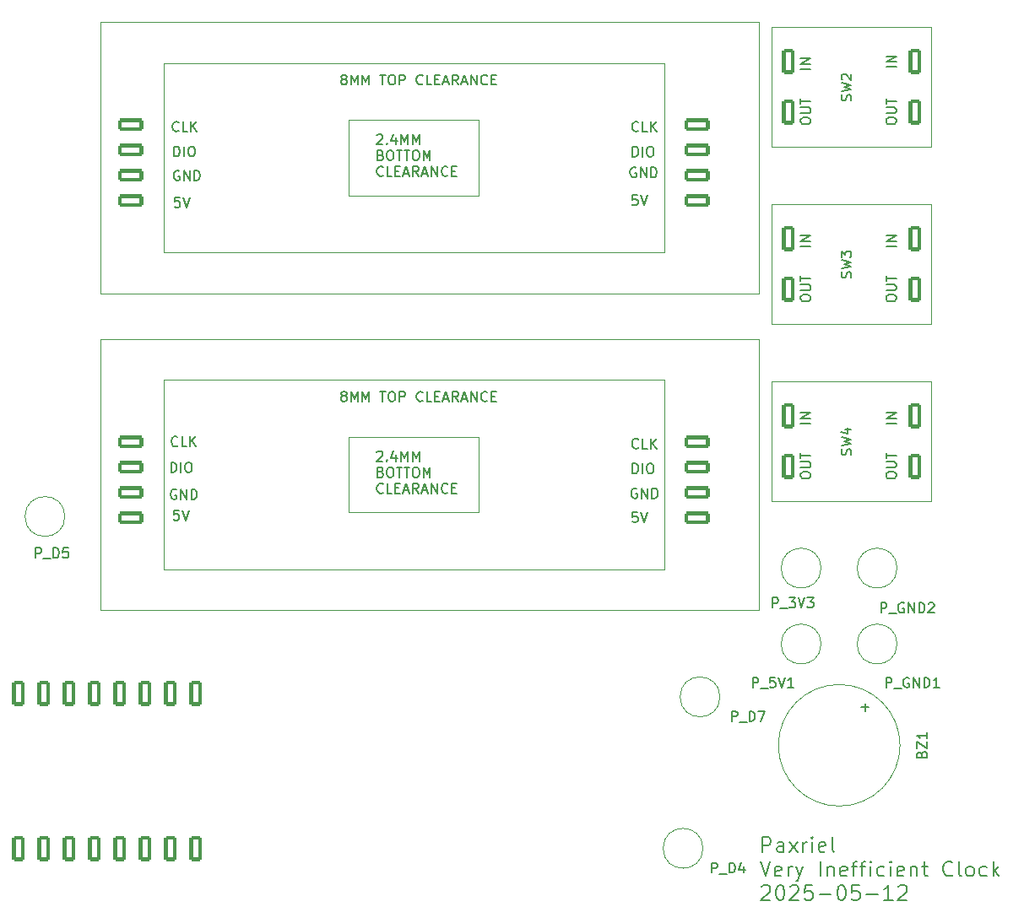
<source format=gto>
%TF.GenerationSoftware,KiCad,Pcbnew,9.0.2*%
%TF.CreationDate,2025-05-12T22:54:10+08:00*%
%TF.ProjectId,paxclock_a,70617863-6c6f-4636-9b5f-612e6b696361,rev?*%
%TF.SameCoordinates,Original*%
%TF.FileFunction,Legend,Top*%
%TF.FilePolarity,Positive*%
%FSLAX46Y46*%
G04 Gerber Fmt 4.6, Leading zero omitted, Abs format (unit mm)*
G04 Created by KiCad (PCBNEW 9.0.2) date 2025-05-12 22:54:10*
%MOMM*%
%LPD*%
G01*
G04 APERTURE LIST*
G04 Aperture macros list*
%AMRoundRect*
0 Rectangle with rounded corners*
0 $1 Rounding radius*
0 $2 $3 $4 $5 $6 $7 $8 $9 X,Y pos of 4 corners*
0 Add a 4 corners polygon primitive as box body*
4,1,4,$2,$3,$4,$5,$6,$7,$8,$9,$2,$3,0*
0 Add four circle primitives for the rounded corners*
1,1,$1+$1,$2,$3*
1,1,$1+$1,$4,$5*
1,1,$1+$1,$6,$7*
1,1,$1+$1,$8,$9*
0 Add four rect primitives between the rounded corners*
20,1,$1+$1,$2,$3,$4,$5,0*
20,1,$1+$1,$4,$5,$6,$7,0*
20,1,$1+$1,$6,$7,$8,$9,0*
20,1,$1+$1,$8,$9,$2,$3,0*%
G04 Aperture macros list end*
%ADD10C,0.160000*%
%ADD11C,0.100000*%
%ADD12C,0.120000*%
%ADD13C,4.000000*%
%ADD14RoundRect,0.190500X-1.079500X-0.444500X1.079500X-0.444500X1.079500X0.444500X-1.079500X0.444500X0*%
%ADD15C,3.000000*%
%ADD16RoundRect,0.190500X0.444500X-1.079500X0.444500X1.079500X-0.444500X1.079500X-0.444500X-1.079500X0*%
%ADD17C,5.700000*%
%ADD18R,2.000000X2.000000*%
%ADD19C,2.000000*%
%ADD20RoundRect,0.190500X-0.444500X1.079500X-0.444500X-1.079500X0.444500X-1.079500X0.444500X1.079500X0*%
%ADD21C,2.540000*%
%ADD22C,2.430000*%
%ADD23C,1.200000*%
G04 APERTURE END LIST*
D10*
X112962405Y-122478276D02*
X112962405Y-120978276D01*
X112962405Y-120978276D02*
X113533834Y-120978276D01*
X113533834Y-120978276D02*
X113676691Y-121049705D01*
X113676691Y-121049705D02*
X113748120Y-121121133D01*
X113748120Y-121121133D02*
X113819548Y-121263990D01*
X113819548Y-121263990D02*
X113819548Y-121478276D01*
X113819548Y-121478276D02*
X113748120Y-121621133D01*
X113748120Y-121621133D02*
X113676691Y-121692562D01*
X113676691Y-121692562D02*
X113533834Y-121763990D01*
X113533834Y-121763990D02*
X112962405Y-121763990D01*
X115105263Y-122478276D02*
X115105263Y-121692562D01*
X115105263Y-121692562D02*
X115033834Y-121549705D01*
X115033834Y-121549705D02*
X114890977Y-121478276D01*
X114890977Y-121478276D02*
X114605263Y-121478276D01*
X114605263Y-121478276D02*
X114462405Y-121549705D01*
X115105263Y-122406848D02*
X114962405Y-122478276D01*
X114962405Y-122478276D02*
X114605263Y-122478276D01*
X114605263Y-122478276D02*
X114462405Y-122406848D01*
X114462405Y-122406848D02*
X114390977Y-122263990D01*
X114390977Y-122263990D02*
X114390977Y-122121133D01*
X114390977Y-122121133D02*
X114462405Y-121978276D01*
X114462405Y-121978276D02*
X114605263Y-121906848D01*
X114605263Y-121906848D02*
X114962405Y-121906848D01*
X114962405Y-121906848D02*
X115105263Y-121835419D01*
X115676691Y-122478276D02*
X116462406Y-121478276D01*
X115676691Y-121478276D02*
X116462406Y-122478276D01*
X117033834Y-122478276D02*
X117033834Y-121478276D01*
X117033834Y-121763990D02*
X117105263Y-121621133D01*
X117105263Y-121621133D02*
X117176692Y-121549705D01*
X117176692Y-121549705D02*
X117319549Y-121478276D01*
X117319549Y-121478276D02*
X117462406Y-121478276D01*
X117962405Y-122478276D02*
X117962405Y-121478276D01*
X117962405Y-120978276D02*
X117890977Y-121049705D01*
X117890977Y-121049705D02*
X117962405Y-121121133D01*
X117962405Y-121121133D02*
X118033834Y-121049705D01*
X118033834Y-121049705D02*
X117962405Y-120978276D01*
X117962405Y-120978276D02*
X117962405Y-121121133D01*
X119248120Y-122406848D02*
X119105263Y-122478276D01*
X119105263Y-122478276D02*
X118819549Y-122478276D01*
X118819549Y-122478276D02*
X118676691Y-122406848D01*
X118676691Y-122406848D02*
X118605263Y-122263990D01*
X118605263Y-122263990D02*
X118605263Y-121692562D01*
X118605263Y-121692562D02*
X118676691Y-121549705D01*
X118676691Y-121549705D02*
X118819549Y-121478276D01*
X118819549Y-121478276D02*
X119105263Y-121478276D01*
X119105263Y-121478276D02*
X119248120Y-121549705D01*
X119248120Y-121549705D02*
X119319549Y-121692562D01*
X119319549Y-121692562D02*
X119319549Y-121835419D01*
X119319549Y-121835419D02*
X118605263Y-121978276D01*
X120176691Y-122478276D02*
X120033834Y-122406848D01*
X120033834Y-122406848D02*
X119962405Y-122263990D01*
X119962405Y-122263990D02*
X119962405Y-120978276D01*
X112748120Y-123393192D02*
X113248120Y-124893192D01*
X113248120Y-124893192D02*
X113748120Y-123393192D01*
X114819548Y-124821764D02*
X114676691Y-124893192D01*
X114676691Y-124893192D02*
X114390977Y-124893192D01*
X114390977Y-124893192D02*
X114248119Y-124821764D01*
X114248119Y-124821764D02*
X114176691Y-124678906D01*
X114176691Y-124678906D02*
X114176691Y-124107478D01*
X114176691Y-124107478D02*
X114248119Y-123964621D01*
X114248119Y-123964621D02*
X114390977Y-123893192D01*
X114390977Y-123893192D02*
X114676691Y-123893192D01*
X114676691Y-123893192D02*
X114819548Y-123964621D01*
X114819548Y-123964621D02*
X114890977Y-124107478D01*
X114890977Y-124107478D02*
X114890977Y-124250335D01*
X114890977Y-124250335D02*
X114176691Y-124393192D01*
X115533833Y-124893192D02*
X115533833Y-123893192D01*
X115533833Y-124178906D02*
X115605262Y-124036049D01*
X115605262Y-124036049D02*
X115676691Y-123964621D01*
X115676691Y-123964621D02*
X115819548Y-123893192D01*
X115819548Y-123893192D02*
X115962405Y-123893192D01*
X116319547Y-123893192D02*
X116676690Y-124893192D01*
X117033833Y-123893192D02*
X116676690Y-124893192D01*
X116676690Y-124893192D02*
X116533833Y-125250335D01*
X116533833Y-125250335D02*
X116462404Y-125321764D01*
X116462404Y-125321764D02*
X116319547Y-125393192D01*
X118748118Y-124893192D02*
X118748118Y-123393192D01*
X119462404Y-123893192D02*
X119462404Y-124893192D01*
X119462404Y-124036049D02*
X119533833Y-123964621D01*
X119533833Y-123964621D02*
X119676690Y-123893192D01*
X119676690Y-123893192D02*
X119890976Y-123893192D01*
X119890976Y-123893192D02*
X120033833Y-123964621D01*
X120033833Y-123964621D02*
X120105262Y-124107478D01*
X120105262Y-124107478D02*
X120105262Y-124893192D01*
X121390976Y-124821764D02*
X121248119Y-124893192D01*
X121248119Y-124893192D02*
X120962405Y-124893192D01*
X120962405Y-124893192D02*
X120819547Y-124821764D01*
X120819547Y-124821764D02*
X120748119Y-124678906D01*
X120748119Y-124678906D02*
X120748119Y-124107478D01*
X120748119Y-124107478D02*
X120819547Y-123964621D01*
X120819547Y-123964621D02*
X120962405Y-123893192D01*
X120962405Y-123893192D02*
X121248119Y-123893192D01*
X121248119Y-123893192D02*
X121390976Y-123964621D01*
X121390976Y-123964621D02*
X121462405Y-124107478D01*
X121462405Y-124107478D02*
X121462405Y-124250335D01*
X121462405Y-124250335D02*
X120748119Y-124393192D01*
X121890976Y-123893192D02*
X122462404Y-123893192D01*
X122105261Y-124893192D02*
X122105261Y-123607478D01*
X122105261Y-123607478D02*
X122176690Y-123464621D01*
X122176690Y-123464621D02*
X122319547Y-123393192D01*
X122319547Y-123393192D02*
X122462404Y-123393192D01*
X122748119Y-123893192D02*
X123319547Y-123893192D01*
X122962404Y-124893192D02*
X122962404Y-123607478D01*
X122962404Y-123607478D02*
X123033833Y-123464621D01*
X123033833Y-123464621D02*
X123176690Y-123393192D01*
X123176690Y-123393192D02*
X123319547Y-123393192D01*
X123819547Y-124893192D02*
X123819547Y-123893192D01*
X123819547Y-123393192D02*
X123748119Y-123464621D01*
X123748119Y-123464621D02*
X123819547Y-123536049D01*
X123819547Y-123536049D02*
X123890976Y-123464621D01*
X123890976Y-123464621D02*
X123819547Y-123393192D01*
X123819547Y-123393192D02*
X123819547Y-123536049D01*
X125176691Y-124821764D02*
X125033833Y-124893192D01*
X125033833Y-124893192D02*
X124748119Y-124893192D01*
X124748119Y-124893192D02*
X124605262Y-124821764D01*
X124605262Y-124821764D02*
X124533833Y-124750335D01*
X124533833Y-124750335D02*
X124462405Y-124607478D01*
X124462405Y-124607478D02*
X124462405Y-124178906D01*
X124462405Y-124178906D02*
X124533833Y-124036049D01*
X124533833Y-124036049D02*
X124605262Y-123964621D01*
X124605262Y-123964621D02*
X124748119Y-123893192D01*
X124748119Y-123893192D02*
X125033833Y-123893192D01*
X125033833Y-123893192D02*
X125176691Y-123964621D01*
X125819547Y-124893192D02*
X125819547Y-123893192D01*
X125819547Y-123393192D02*
X125748119Y-123464621D01*
X125748119Y-123464621D02*
X125819547Y-123536049D01*
X125819547Y-123536049D02*
X125890976Y-123464621D01*
X125890976Y-123464621D02*
X125819547Y-123393192D01*
X125819547Y-123393192D02*
X125819547Y-123536049D01*
X127105262Y-124821764D02*
X126962405Y-124893192D01*
X126962405Y-124893192D02*
X126676691Y-124893192D01*
X126676691Y-124893192D02*
X126533833Y-124821764D01*
X126533833Y-124821764D02*
X126462405Y-124678906D01*
X126462405Y-124678906D02*
X126462405Y-124107478D01*
X126462405Y-124107478D02*
X126533833Y-123964621D01*
X126533833Y-123964621D02*
X126676691Y-123893192D01*
X126676691Y-123893192D02*
X126962405Y-123893192D01*
X126962405Y-123893192D02*
X127105262Y-123964621D01*
X127105262Y-123964621D02*
X127176691Y-124107478D01*
X127176691Y-124107478D02*
X127176691Y-124250335D01*
X127176691Y-124250335D02*
X126462405Y-124393192D01*
X127819547Y-123893192D02*
X127819547Y-124893192D01*
X127819547Y-124036049D02*
X127890976Y-123964621D01*
X127890976Y-123964621D02*
X128033833Y-123893192D01*
X128033833Y-123893192D02*
X128248119Y-123893192D01*
X128248119Y-123893192D02*
X128390976Y-123964621D01*
X128390976Y-123964621D02*
X128462405Y-124107478D01*
X128462405Y-124107478D02*
X128462405Y-124893192D01*
X128962405Y-123893192D02*
X129533833Y-123893192D01*
X129176690Y-123393192D02*
X129176690Y-124678906D01*
X129176690Y-124678906D02*
X129248119Y-124821764D01*
X129248119Y-124821764D02*
X129390976Y-124893192D01*
X129390976Y-124893192D02*
X129533833Y-124893192D01*
X132033833Y-124750335D02*
X131962405Y-124821764D01*
X131962405Y-124821764D02*
X131748119Y-124893192D01*
X131748119Y-124893192D02*
X131605262Y-124893192D01*
X131605262Y-124893192D02*
X131390976Y-124821764D01*
X131390976Y-124821764D02*
X131248119Y-124678906D01*
X131248119Y-124678906D02*
X131176690Y-124536049D01*
X131176690Y-124536049D02*
X131105262Y-124250335D01*
X131105262Y-124250335D02*
X131105262Y-124036049D01*
X131105262Y-124036049D02*
X131176690Y-123750335D01*
X131176690Y-123750335D02*
X131248119Y-123607478D01*
X131248119Y-123607478D02*
X131390976Y-123464621D01*
X131390976Y-123464621D02*
X131605262Y-123393192D01*
X131605262Y-123393192D02*
X131748119Y-123393192D01*
X131748119Y-123393192D02*
X131962405Y-123464621D01*
X131962405Y-123464621D02*
X132033833Y-123536049D01*
X132890976Y-124893192D02*
X132748119Y-124821764D01*
X132748119Y-124821764D02*
X132676690Y-124678906D01*
X132676690Y-124678906D02*
X132676690Y-123393192D01*
X133676690Y-124893192D02*
X133533833Y-124821764D01*
X133533833Y-124821764D02*
X133462404Y-124750335D01*
X133462404Y-124750335D02*
X133390976Y-124607478D01*
X133390976Y-124607478D02*
X133390976Y-124178906D01*
X133390976Y-124178906D02*
X133462404Y-124036049D01*
X133462404Y-124036049D02*
X133533833Y-123964621D01*
X133533833Y-123964621D02*
X133676690Y-123893192D01*
X133676690Y-123893192D02*
X133890976Y-123893192D01*
X133890976Y-123893192D02*
X134033833Y-123964621D01*
X134033833Y-123964621D02*
X134105262Y-124036049D01*
X134105262Y-124036049D02*
X134176690Y-124178906D01*
X134176690Y-124178906D02*
X134176690Y-124607478D01*
X134176690Y-124607478D02*
X134105262Y-124750335D01*
X134105262Y-124750335D02*
X134033833Y-124821764D01*
X134033833Y-124821764D02*
X133890976Y-124893192D01*
X133890976Y-124893192D02*
X133676690Y-124893192D01*
X135462405Y-124821764D02*
X135319547Y-124893192D01*
X135319547Y-124893192D02*
X135033833Y-124893192D01*
X135033833Y-124893192D02*
X134890976Y-124821764D01*
X134890976Y-124821764D02*
X134819547Y-124750335D01*
X134819547Y-124750335D02*
X134748119Y-124607478D01*
X134748119Y-124607478D02*
X134748119Y-124178906D01*
X134748119Y-124178906D02*
X134819547Y-124036049D01*
X134819547Y-124036049D02*
X134890976Y-123964621D01*
X134890976Y-123964621D02*
X135033833Y-123893192D01*
X135033833Y-123893192D02*
X135319547Y-123893192D01*
X135319547Y-123893192D02*
X135462405Y-123964621D01*
X136105261Y-124893192D02*
X136105261Y-123393192D01*
X136248119Y-124321764D02*
X136676690Y-124893192D01*
X136676690Y-123893192D02*
X136105261Y-124464621D01*
X112890977Y-125950965D02*
X112962405Y-125879537D01*
X112962405Y-125879537D02*
X113105263Y-125808108D01*
X113105263Y-125808108D02*
X113462405Y-125808108D01*
X113462405Y-125808108D02*
X113605263Y-125879537D01*
X113605263Y-125879537D02*
X113676691Y-125950965D01*
X113676691Y-125950965D02*
X113748120Y-126093822D01*
X113748120Y-126093822D02*
X113748120Y-126236680D01*
X113748120Y-126236680D02*
X113676691Y-126450965D01*
X113676691Y-126450965D02*
X112819548Y-127308108D01*
X112819548Y-127308108D02*
X113748120Y-127308108D01*
X114676691Y-125808108D02*
X114819548Y-125808108D01*
X114819548Y-125808108D02*
X114962405Y-125879537D01*
X114962405Y-125879537D02*
X115033834Y-125950965D01*
X115033834Y-125950965D02*
X115105262Y-126093822D01*
X115105262Y-126093822D02*
X115176691Y-126379537D01*
X115176691Y-126379537D02*
X115176691Y-126736680D01*
X115176691Y-126736680D02*
X115105262Y-127022394D01*
X115105262Y-127022394D02*
X115033834Y-127165251D01*
X115033834Y-127165251D02*
X114962405Y-127236680D01*
X114962405Y-127236680D02*
X114819548Y-127308108D01*
X114819548Y-127308108D02*
X114676691Y-127308108D01*
X114676691Y-127308108D02*
X114533834Y-127236680D01*
X114533834Y-127236680D02*
X114462405Y-127165251D01*
X114462405Y-127165251D02*
X114390976Y-127022394D01*
X114390976Y-127022394D02*
X114319548Y-126736680D01*
X114319548Y-126736680D02*
X114319548Y-126379537D01*
X114319548Y-126379537D02*
X114390976Y-126093822D01*
X114390976Y-126093822D02*
X114462405Y-125950965D01*
X114462405Y-125950965D02*
X114533834Y-125879537D01*
X114533834Y-125879537D02*
X114676691Y-125808108D01*
X115748119Y-125950965D02*
X115819547Y-125879537D01*
X115819547Y-125879537D02*
X115962405Y-125808108D01*
X115962405Y-125808108D02*
X116319547Y-125808108D01*
X116319547Y-125808108D02*
X116462405Y-125879537D01*
X116462405Y-125879537D02*
X116533833Y-125950965D01*
X116533833Y-125950965D02*
X116605262Y-126093822D01*
X116605262Y-126093822D02*
X116605262Y-126236680D01*
X116605262Y-126236680D02*
X116533833Y-126450965D01*
X116533833Y-126450965D02*
X115676690Y-127308108D01*
X115676690Y-127308108D02*
X116605262Y-127308108D01*
X117962404Y-125808108D02*
X117248118Y-125808108D01*
X117248118Y-125808108D02*
X117176690Y-126522394D01*
X117176690Y-126522394D02*
X117248118Y-126450965D01*
X117248118Y-126450965D02*
X117390976Y-126379537D01*
X117390976Y-126379537D02*
X117748118Y-126379537D01*
X117748118Y-126379537D02*
X117890976Y-126450965D01*
X117890976Y-126450965D02*
X117962404Y-126522394D01*
X117962404Y-126522394D02*
X118033833Y-126665251D01*
X118033833Y-126665251D02*
X118033833Y-127022394D01*
X118033833Y-127022394D02*
X117962404Y-127165251D01*
X117962404Y-127165251D02*
X117890976Y-127236680D01*
X117890976Y-127236680D02*
X117748118Y-127308108D01*
X117748118Y-127308108D02*
X117390976Y-127308108D01*
X117390976Y-127308108D02*
X117248118Y-127236680D01*
X117248118Y-127236680D02*
X117176690Y-127165251D01*
X118676689Y-126736680D02*
X119819547Y-126736680D01*
X120819547Y-125808108D02*
X120962404Y-125808108D01*
X120962404Y-125808108D02*
X121105261Y-125879537D01*
X121105261Y-125879537D02*
X121176690Y-125950965D01*
X121176690Y-125950965D02*
X121248118Y-126093822D01*
X121248118Y-126093822D02*
X121319547Y-126379537D01*
X121319547Y-126379537D02*
X121319547Y-126736680D01*
X121319547Y-126736680D02*
X121248118Y-127022394D01*
X121248118Y-127022394D02*
X121176690Y-127165251D01*
X121176690Y-127165251D02*
X121105261Y-127236680D01*
X121105261Y-127236680D02*
X120962404Y-127308108D01*
X120962404Y-127308108D02*
X120819547Y-127308108D01*
X120819547Y-127308108D02*
X120676690Y-127236680D01*
X120676690Y-127236680D02*
X120605261Y-127165251D01*
X120605261Y-127165251D02*
X120533832Y-127022394D01*
X120533832Y-127022394D02*
X120462404Y-126736680D01*
X120462404Y-126736680D02*
X120462404Y-126379537D01*
X120462404Y-126379537D02*
X120533832Y-126093822D01*
X120533832Y-126093822D02*
X120605261Y-125950965D01*
X120605261Y-125950965D02*
X120676690Y-125879537D01*
X120676690Y-125879537D02*
X120819547Y-125808108D01*
X122676689Y-125808108D02*
X121962403Y-125808108D01*
X121962403Y-125808108D02*
X121890975Y-126522394D01*
X121890975Y-126522394D02*
X121962403Y-126450965D01*
X121962403Y-126450965D02*
X122105261Y-126379537D01*
X122105261Y-126379537D02*
X122462403Y-126379537D01*
X122462403Y-126379537D02*
X122605261Y-126450965D01*
X122605261Y-126450965D02*
X122676689Y-126522394D01*
X122676689Y-126522394D02*
X122748118Y-126665251D01*
X122748118Y-126665251D02*
X122748118Y-127022394D01*
X122748118Y-127022394D02*
X122676689Y-127165251D01*
X122676689Y-127165251D02*
X122605261Y-127236680D01*
X122605261Y-127236680D02*
X122462403Y-127308108D01*
X122462403Y-127308108D02*
X122105261Y-127308108D01*
X122105261Y-127308108D02*
X121962403Y-127236680D01*
X121962403Y-127236680D02*
X121890975Y-127165251D01*
X123390974Y-126736680D02*
X124533832Y-126736680D01*
X126033832Y-127308108D02*
X125176689Y-127308108D01*
X125605260Y-127308108D02*
X125605260Y-125808108D01*
X125605260Y-125808108D02*
X125462403Y-126022394D01*
X125462403Y-126022394D02*
X125319546Y-126165251D01*
X125319546Y-126165251D02*
X125176689Y-126236680D01*
X126605260Y-125950965D02*
X126676688Y-125879537D01*
X126676688Y-125879537D02*
X126819546Y-125808108D01*
X126819546Y-125808108D02*
X127176688Y-125808108D01*
X127176688Y-125808108D02*
X127319546Y-125879537D01*
X127319546Y-125879537D02*
X127390974Y-125950965D01*
X127390974Y-125950965D02*
X127462403Y-126093822D01*
X127462403Y-126093822D02*
X127462403Y-126236680D01*
X127462403Y-126236680D02*
X127390974Y-126450965D01*
X127390974Y-126450965D02*
X126533831Y-127308108D01*
X126533831Y-127308108D02*
X127462403Y-127308108D01*
X70886215Y-44897870D02*
X70790977Y-44850251D01*
X70790977Y-44850251D02*
X70743358Y-44802632D01*
X70743358Y-44802632D02*
X70695739Y-44707394D01*
X70695739Y-44707394D02*
X70695739Y-44659775D01*
X70695739Y-44659775D02*
X70743358Y-44564537D01*
X70743358Y-44564537D02*
X70790977Y-44516918D01*
X70790977Y-44516918D02*
X70886215Y-44469299D01*
X70886215Y-44469299D02*
X71076691Y-44469299D01*
X71076691Y-44469299D02*
X71171929Y-44516918D01*
X71171929Y-44516918D02*
X71219548Y-44564537D01*
X71219548Y-44564537D02*
X71267167Y-44659775D01*
X71267167Y-44659775D02*
X71267167Y-44707394D01*
X71267167Y-44707394D02*
X71219548Y-44802632D01*
X71219548Y-44802632D02*
X71171929Y-44850251D01*
X71171929Y-44850251D02*
X71076691Y-44897870D01*
X71076691Y-44897870D02*
X70886215Y-44897870D01*
X70886215Y-44897870D02*
X70790977Y-44945489D01*
X70790977Y-44945489D02*
X70743358Y-44993108D01*
X70743358Y-44993108D02*
X70695739Y-45088346D01*
X70695739Y-45088346D02*
X70695739Y-45278822D01*
X70695739Y-45278822D02*
X70743358Y-45374060D01*
X70743358Y-45374060D02*
X70790977Y-45421680D01*
X70790977Y-45421680D02*
X70886215Y-45469299D01*
X70886215Y-45469299D02*
X71076691Y-45469299D01*
X71076691Y-45469299D02*
X71171929Y-45421680D01*
X71171929Y-45421680D02*
X71219548Y-45374060D01*
X71219548Y-45374060D02*
X71267167Y-45278822D01*
X71267167Y-45278822D02*
X71267167Y-45088346D01*
X71267167Y-45088346D02*
X71219548Y-44993108D01*
X71219548Y-44993108D02*
X71171929Y-44945489D01*
X71171929Y-44945489D02*
X71076691Y-44897870D01*
X71695739Y-45469299D02*
X71695739Y-44469299D01*
X71695739Y-44469299D02*
X72029072Y-45183584D01*
X72029072Y-45183584D02*
X72362405Y-44469299D01*
X72362405Y-44469299D02*
X72362405Y-45469299D01*
X72838596Y-45469299D02*
X72838596Y-44469299D01*
X72838596Y-44469299D02*
X73171929Y-45183584D01*
X73171929Y-45183584D02*
X73505262Y-44469299D01*
X73505262Y-44469299D02*
X73505262Y-45469299D01*
X74600501Y-44469299D02*
X75171929Y-44469299D01*
X74886215Y-45469299D02*
X74886215Y-44469299D01*
X75695739Y-44469299D02*
X75886215Y-44469299D01*
X75886215Y-44469299D02*
X75981453Y-44516918D01*
X75981453Y-44516918D02*
X76076691Y-44612156D01*
X76076691Y-44612156D02*
X76124310Y-44802632D01*
X76124310Y-44802632D02*
X76124310Y-45135965D01*
X76124310Y-45135965D02*
X76076691Y-45326441D01*
X76076691Y-45326441D02*
X75981453Y-45421680D01*
X75981453Y-45421680D02*
X75886215Y-45469299D01*
X75886215Y-45469299D02*
X75695739Y-45469299D01*
X75695739Y-45469299D02*
X75600501Y-45421680D01*
X75600501Y-45421680D02*
X75505263Y-45326441D01*
X75505263Y-45326441D02*
X75457644Y-45135965D01*
X75457644Y-45135965D02*
X75457644Y-44802632D01*
X75457644Y-44802632D02*
X75505263Y-44612156D01*
X75505263Y-44612156D02*
X75600501Y-44516918D01*
X75600501Y-44516918D02*
X75695739Y-44469299D01*
X76552882Y-45469299D02*
X76552882Y-44469299D01*
X76552882Y-44469299D02*
X76933834Y-44469299D01*
X76933834Y-44469299D02*
X77029072Y-44516918D01*
X77029072Y-44516918D02*
X77076691Y-44564537D01*
X77076691Y-44564537D02*
X77124310Y-44659775D01*
X77124310Y-44659775D02*
X77124310Y-44802632D01*
X77124310Y-44802632D02*
X77076691Y-44897870D01*
X77076691Y-44897870D02*
X77029072Y-44945489D01*
X77029072Y-44945489D02*
X76933834Y-44993108D01*
X76933834Y-44993108D02*
X76552882Y-44993108D01*
X78886215Y-45374060D02*
X78838596Y-45421680D01*
X78838596Y-45421680D02*
X78695739Y-45469299D01*
X78695739Y-45469299D02*
X78600501Y-45469299D01*
X78600501Y-45469299D02*
X78457644Y-45421680D01*
X78457644Y-45421680D02*
X78362406Y-45326441D01*
X78362406Y-45326441D02*
X78314787Y-45231203D01*
X78314787Y-45231203D02*
X78267168Y-45040727D01*
X78267168Y-45040727D02*
X78267168Y-44897870D01*
X78267168Y-44897870D02*
X78314787Y-44707394D01*
X78314787Y-44707394D02*
X78362406Y-44612156D01*
X78362406Y-44612156D02*
X78457644Y-44516918D01*
X78457644Y-44516918D02*
X78600501Y-44469299D01*
X78600501Y-44469299D02*
X78695739Y-44469299D01*
X78695739Y-44469299D02*
X78838596Y-44516918D01*
X78838596Y-44516918D02*
X78886215Y-44564537D01*
X79790977Y-45469299D02*
X79314787Y-45469299D01*
X79314787Y-45469299D02*
X79314787Y-44469299D01*
X80124311Y-44945489D02*
X80457644Y-44945489D01*
X80600501Y-45469299D02*
X80124311Y-45469299D01*
X80124311Y-45469299D02*
X80124311Y-44469299D01*
X80124311Y-44469299D02*
X80600501Y-44469299D01*
X80981454Y-45183584D02*
X81457644Y-45183584D01*
X80886216Y-45469299D02*
X81219549Y-44469299D01*
X81219549Y-44469299D02*
X81552882Y-45469299D01*
X82457644Y-45469299D02*
X82124311Y-44993108D01*
X81886216Y-45469299D02*
X81886216Y-44469299D01*
X81886216Y-44469299D02*
X82267168Y-44469299D01*
X82267168Y-44469299D02*
X82362406Y-44516918D01*
X82362406Y-44516918D02*
X82410025Y-44564537D01*
X82410025Y-44564537D02*
X82457644Y-44659775D01*
X82457644Y-44659775D02*
X82457644Y-44802632D01*
X82457644Y-44802632D02*
X82410025Y-44897870D01*
X82410025Y-44897870D02*
X82362406Y-44945489D01*
X82362406Y-44945489D02*
X82267168Y-44993108D01*
X82267168Y-44993108D02*
X81886216Y-44993108D01*
X82838597Y-45183584D02*
X83314787Y-45183584D01*
X82743359Y-45469299D02*
X83076692Y-44469299D01*
X83076692Y-44469299D02*
X83410025Y-45469299D01*
X83743359Y-45469299D02*
X83743359Y-44469299D01*
X83743359Y-44469299D02*
X84314787Y-45469299D01*
X84314787Y-45469299D02*
X84314787Y-44469299D01*
X85362406Y-45374060D02*
X85314787Y-45421680D01*
X85314787Y-45421680D02*
X85171930Y-45469299D01*
X85171930Y-45469299D02*
X85076692Y-45469299D01*
X85076692Y-45469299D02*
X84933835Y-45421680D01*
X84933835Y-45421680D02*
X84838597Y-45326441D01*
X84838597Y-45326441D02*
X84790978Y-45231203D01*
X84790978Y-45231203D02*
X84743359Y-45040727D01*
X84743359Y-45040727D02*
X84743359Y-44897870D01*
X84743359Y-44897870D02*
X84790978Y-44707394D01*
X84790978Y-44707394D02*
X84838597Y-44612156D01*
X84838597Y-44612156D02*
X84933835Y-44516918D01*
X84933835Y-44516918D02*
X85076692Y-44469299D01*
X85076692Y-44469299D02*
X85171930Y-44469299D01*
X85171930Y-44469299D02*
X85314787Y-44516918D01*
X85314787Y-44516918D02*
X85362406Y-44564537D01*
X85790978Y-44945489D02*
X86124311Y-44945489D01*
X86267168Y-45469299D02*
X85790978Y-45469299D01*
X85790978Y-45469299D02*
X85790978Y-44469299D01*
X85790978Y-44469299D02*
X86267168Y-44469299D01*
X99943358Y-52679299D02*
X99943358Y-51679299D01*
X99943358Y-51679299D02*
X100181453Y-51679299D01*
X100181453Y-51679299D02*
X100324310Y-51726918D01*
X100324310Y-51726918D02*
X100419548Y-51822156D01*
X100419548Y-51822156D02*
X100467167Y-51917394D01*
X100467167Y-51917394D02*
X100514786Y-52107870D01*
X100514786Y-52107870D02*
X100514786Y-52250727D01*
X100514786Y-52250727D02*
X100467167Y-52441203D01*
X100467167Y-52441203D02*
X100419548Y-52536441D01*
X100419548Y-52536441D02*
X100324310Y-52631680D01*
X100324310Y-52631680D02*
X100181453Y-52679299D01*
X100181453Y-52679299D02*
X99943358Y-52679299D01*
X100943358Y-52679299D02*
X100943358Y-51679299D01*
X101610024Y-51679299D02*
X101800500Y-51679299D01*
X101800500Y-51679299D02*
X101895738Y-51726918D01*
X101895738Y-51726918D02*
X101990976Y-51822156D01*
X101990976Y-51822156D02*
X102038595Y-52012632D01*
X102038595Y-52012632D02*
X102038595Y-52345965D01*
X102038595Y-52345965D02*
X101990976Y-52536441D01*
X101990976Y-52536441D02*
X101895738Y-52631680D01*
X101895738Y-52631680D02*
X101800500Y-52679299D01*
X101800500Y-52679299D02*
X101610024Y-52679299D01*
X101610024Y-52679299D02*
X101514786Y-52631680D01*
X101514786Y-52631680D02*
X101419548Y-52536441D01*
X101419548Y-52536441D02*
X101371929Y-52345965D01*
X101371929Y-52345965D02*
X101371929Y-52012632D01*
X101371929Y-52012632D02*
X101419548Y-51822156D01*
X101419548Y-51822156D02*
X101514786Y-51726918D01*
X101514786Y-51726918D02*
X101610024Y-51679299D01*
X100419548Y-56569299D02*
X99943358Y-56569299D01*
X99943358Y-56569299D02*
X99895739Y-57045489D01*
X99895739Y-57045489D02*
X99943358Y-56997870D01*
X99943358Y-56997870D02*
X100038596Y-56950251D01*
X100038596Y-56950251D02*
X100276691Y-56950251D01*
X100276691Y-56950251D02*
X100371929Y-56997870D01*
X100371929Y-56997870D02*
X100419548Y-57045489D01*
X100419548Y-57045489D02*
X100467167Y-57140727D01*
X100467167Y-57140727D02*
X100467167Y-57378822D01*
X100467167Y-57378822D02*
X100419548Y-57474060D01*
X100419548Y-57474060D02*
X100371929Y-57521680D01*
X100371929Y-57521680D02*
X100276691Y-57569299D01*
X100276691Y-57569299D02*
X100038596Y-57569299D01*
X100038596Y-57569299D02*
X99943358Y-57521680D01*
X99943358Y-57521680D02*
X99895739Y-57474060D01*
X100752882Y-56569299D02*
X101086215Y-57569299D01*
X101086215Y-57569299D02*
X101419548Y-56569299D01*
X74295739Y-50544649D02*
X74343358Y-50497030D01*
X74343358Y-50497030D02*
X74438596Y-50449411D01*
X74438596Y-50449411D02*
X74676691Y-50449411D01*
X74676691Y-50449411D02*
X74771929Y-50497030D01*
X74771929Y-50497030D02*
X74819548Y-50544649D01*
X74819548Y-50544649D02*
X74867167Y-50639887D01*
X74867167Y-50639887D02*
X74867167Y-50735125D01*
X74867167Y-50735125D02*
X74819548Y-50877982D01*
X74819548Y-50877982D02*
X74248120Y-51449411D01*
X74248120Y-51449411D02*
X74867167Y-51449411D01*
X75295739Y-51354172D02*
X75343358Y-51401792D01*
X75343358Y-51401792D02*
X75295739Y-51449411D01*
X75295739Y-51449411D02*
X75248120Y-51401792D01*
X75248120Y-51401792D02*
X75295739Y-51354172D01*
X75295739Y-51354172D02*
X75295739Y-51449411D01*
X76200500Y-50782744D02*
X76200500Y-51449411D01*
X75962405Y-50401792D02*
X75724310Y-51116077D01*
X75724310Y-51116077D02*
X76343357Y-51116077D01*
X76724310Y-51449411D02*
X76724310Y-50449411D01*
X76724310Y-50449411D02*
X77057643Y-51163696D01*
X77057643Y-51163696D02*
X77390976Y-50449411D01*
X77390976Y-50449411D02*
X77390976Y-51449411D01*
X77867167Y-51449411D02*
X77867167Y-50449411D01*
X77867167Y-50449411D02*
X78200500Y-51163696D01*
X78200500Y-51163696D02*
X78533833Y-50449411D01*
X78533833Y-50449411D02*
X78533833Y-51449411D01*
X74676691Y-52535545D02*
X74819548Y-52583164D01*
X74819548Y-52583164D02*
X74867167Y-52630783D01*
X74867167Y-52630783D02*
X74914786Y-52726021D01*
X74914786Y-52726021D02*
X74914786Y-52868878D01*
X74914786Y-52868878D02*
X74867167Y-52964116D01*
X74867167Y-52964116D02*
X74819548Y-53011736D01*
X74819548Y-53011736D02*
X74724310Y-53059355D01*
X74724310Y-53059355D02*
X74343358Y-53059355D01*
X74343358Y-53059355D02*
X74343358Y-52059355D01*
X74343358Y-52059355D02*
X74676691Y-52059355D01*
X74676691Y-52059355D02*
X74771929Y-52106974D01*
X74771929Y-52106974D02*
X74819548Y-52154593D01*
X74819548Y-52154593D02*
X74867167Y-52249831D01*
X74867167Y-52249831D02*
X74867167Y-52345069D01*
X74867167Y-52345069D02*
X74819548Y-52440307D01*
X74819548Y-52440307D02*
X74771929Y-52487926D01*
X74771929Y-52487926D02*
X74676691Y-52535545D01*
X74676691Y-52535545D02*
X74343358Y-52535545D01*
X75533834Y-52059355D02*
X75724310Y-52059355D01*
X75724310Y-52059355D02*
X75819548Y-52106974D01*
X75819548Y-52106974D02*
X75914786Y-52202212D01*
X75914786Y-52202212D02*
X75962405Y-52392688D01*
X75962405Y-52392688D02*
X75962405Y-52726021D01*
X75962405Y-52726021D02*
X75914786Y-52916497D01*
X75914786Y-52916497D02*
X75819548Y-53011736D01*
X75819548Y-53011736D02*
X75724310Y-53059355D01*
X75724310Y-53059355D02*
X75533834Y-53059355D01*
X75533834Y-53059355D02*
X75438596Y-53011736D01*
X75438596Y-53011736D02*
X75343358Y-52916497D01*
X75343358Y-52916497D02*
X75295739Y-52726021D01*
X75295739Y-52726021D02*
X75295739Y-52392688D01*
X75295739Y-52392688D02*
X75343358Y-52202212D01*
X75343358Y-52202212D02*
X75438596Y-52106974D01*
X75438596Y-52106974D02*
X75533834Y-52059355D01*
X76248120Y-52059355D02*
X76819548Y-52059355D01*
X76533834Y-53059355D02*
X76533834Y-52059355D01*
X77010025Y-52059355D02*
X77581453Y-52059355D01*
X77295739Y-53059355D02*
X77295739Y-52059355D01*
X78105263Y-52059355D02*
X78295739Y-52059355D01*
X78295739Y-52059355D02*
X78390977Y-52106974D01*
X78390977Y-52106974D02*
X78486215Y-52202212D01*
X78486215Y-52202212D02*
X78533834Y-52392688D01*
X78533834Y-52392688D02*
X78533834Y-52726021D01*
X78533834Y-52726021D02*
X78486215Y-52916497D01*
X78486215Y-52916497D02*
X78390977Y-53011736D01*
X78390977Y-53011736D02*
X78295739Y-53059355D01*
X78295739Y-53059355D02*
X78105263Y-53059355D01*
X78105263Y-53059355D02*
X78010025Y-53011736D01*
X78010025Y-53011736D02*
X77914787Y-52916497D01*
X77914787Y-52916497D02*
X77867168Y-52726021D01*
X77867168Y-52726021D02*
X77867168Y-52392688D01*
X77867168Y-52392688D02*
X77914787Y-52202212D01*
X77914787Y-52202212D02*
X78010025Y-52106974D01*
X78010025Y-52106974D02*
X78105263Y-52059355D01*
X78962406Y-53059355D02*
X78962406Y-52059355D01*
X78962406Y-52059355D02*
X79295739Y-52773640D01*
X79295739Y-52773640D02*
X79629072Y-52059355D01*
X79629072Y-52059355D02*
X79629072Y-53059355D01*
X74914786Y-54574060D02*
X74867167Y-54621680D01*
X74867167Y-54621680D02*
X74724310Y-54669299D01*
X74724310Y-54669299D02*
X74629072Y-54669299D01*
X74629072Y-54669299D02*
X74486215Y-54621680D01*
X74486215Y-54621680D02*
X74390977Y-54526441D01*
X74390977Y-54526441D02*
X74343358Y-54431203D01*
X74343358Y-54431203D02*
X74295739Y-54240727D01*
X74295739Y-54240727D02*
X74295739Y-54097870D01*
X74295739Y-54097870D02*
X74343358Y-53907394D01*
X74343358Y-53907394D02*
X74390977Y-53812156D01*
X74390977Y-53812156D02*
X74486215Y-53716918D01*
X74486215Y-53716918D02*
X74629072Y-53669299D01*
X74629072Y-53669299D02*
X74724310Y-53669299D01*
X74724310Y-53669299D02*
X74867167Y-53716918D01*
X74867167Y-53716918D02*
X74914786Y-53764537D01*
X75819548Y-54669299D02*
X75343358Y-54669299D01*
X75343358Y-54669299D02*
X75343358Y-53669299D01*
X76152882Y-54145489D02*
X76486215Y-54145489D01*
X76629072Y-54669299D02*
X76152882Y-54669299D01*
X76152882Y-54669299D02*
X76152882Y-53669299D01*
X76152882Y-53669299D02*
X76629072Y-53669299D01*
X77010025Y-54383584D02*
X77486215Y-54383584D01*
X76914787Y-54669299D02*
X77248120Y-53669299D01*
X77248120Y-53669299D02*
X77581453Y-54669299D01*
X78486215Y-54669299D02*
X78152882Y-54193108D01*
X77914787Y-54669299D02*
X77914787Y-53669299D01*
X77914787Y-53669299D02*
X78295739Y-53669299D01*
X78295739Y-53669299D02*
X78390977Y-53716918D01*
X78390977Y-53716918D02*
X78438596Y-53764537D01*
X78438596Y-53764537D02*
X78486215Y-53859775D01*
X78486215Y-53859775D02*
X78486215Y-54002632D01*
X78486215Y-54002632D02*
X78438596Y-54097870D01*
X78438596Y-54097870D02*
X78390977Y-54145489D01*
X78390977Y-54145489D02*
X78295739Y-54193108D01*
X78295739Y-54193108D02*
X77914787Y-54193108D01*
X78867168Y-54383584D02*
X79343358Y-54383584D01*
X78771930Y-54669299D02*
X79105263Y-53669299D01*
X79105263Y-53669299D02*
X79438596Y-54669299D01*
X79771930Y-54669299D02*
X79771930Y-53669299D01*
X79771930Y-53669299D02*
X80343358Y-54669299D01*
X80343358Y-54669299D02*
X80343358Y-53669299D01*
X81390977Y-54574060D02*
X81343358Y-54621680D01*
X81343358Y-54621680D02*
X81200501Y-54669299D01*
X81200501Y-54669299D02*
X81105263Y-54669299D01*
X81105263Y-54669299D02*
X80962406Y-54621680D01*
X80962406Y-54621680D02*
X80867168Y-54526441D01*
X80867168Y-54526441D02*
X80819549Y-54431203D01*
X80819549Y-54431203D02*
X80771930Y-54240727D01*
X80771930Y-54240727D02*
X80771930Y-54097870D01*
X80771930Y-54097870D02*
X80819549Y-53907394D01*
X80819549Y-53907394D02*
X80867168Y-53812156D01*
X80867168Y-53812156D02*
X80962406Y-53716918D01*
X80962406Y-53716918D02*
X81105263Y-53669299D01*
X81105263Y-53669299D02*
X81200501Y-53669299D01*
X81200501Y-53669299D02*
X81343358Y-53716918D01*
X81343358Y-53716918D02*
X81390977Y-53764537D01*
X81819549Y-54145489D02*
X82152882Y-54145489D01*
X82295739Y-54669299D02*
X81819549Y-54669299D01*
X81819549Y-54669299D02*
X81819549Y-53669299D01*
X81819549Y-53669299D02*
X82295739Y-53669299D01*
X100514786Y-50084060D02*
X100467167Y-50131680D01*
X100467167Y-50131680D02*
X100324310Y-50179299D01*
X100324310Y-50179299D02*
X100229072Y-50179299D01*
X100229072Y-50179299D02*
X100086215Y-50131680D01*
X100086215Y-50131680D02*
X99990977Y-50036441D01*
X99990977Y-50036441D02*
X99943358Y-49941203D01*
X99943358Y-49941203D02*
X99895739Y-49750727D01*
X99895739Y-49750727D02*
X99895739Y-49607870D01*
X99895739Y-49607870D02*
X99943358Y-49417394D01*
X99943358Y-49417394D02*
X99990977Y-49322156D01*
X99990977Y-49322156D02*
X100086215Y-49226918D01*
X100086215Y-49226918D02*
X100229072Y-49179299D01*
X100229072Y-49179299D02*
X100324310Y-49179299D01*
X100324310Y-49179299D02*
X100467167Y-49226918D01*
X100467167Y-49226918D02*
X100514786Y-49274537D01*
X101419548Y-50179299D02*
X100943358Y-50179299D01*
X100943358Y-50179299D02*
X100943358Y-49179299D01*
X101752882Y-50179299D02*
X101752882Y-49179299D01*
X102324310Y-50179299D02*
X101895739Y-49607870D01*
X102324310Y-49179299D02*
X101752882Y-49750727D01*
X54467167Y-54116918D02*
X54371929Y-54069299D01*
X54371929Y-54069299D02*
X54229072Y-54069299D01*
X54229072Y-54069299D02*
X54086215Y-54116918D01*
X54086215Y-54116918D02*
X53990977Y-54212156D01*
X53990977Y-54212156D02*
X53943358Y-54307394D01*
X53943358Y-54307394D02*
X53895739Y-54497870D01*
X53895739Y-54497870D02*
X53895739Y-54640727D01*
X53895739Y-54640727D02*
X53943358Y-54831203D01*
X53943358Y-54831203D02*
X53990977Y-54926441D01*
X53990977Y-54926441D02*
X54086215Y-55021680D01*
X54086215Y-55021680D02*
X54229072Y-55069299D01*
X54229072Y-55069299D02*
X54324310Y-55069299D01*
X54324310Y-55069299D02*
X54467167Y-55021680D01*
X54467167Y-55021680D02*
X54514786Y-54974060D01*
X54514786Y-54974060D02*
X54514786Y-54640727D01*
X54514786Y-54640727D02*
X54324310Y-54640727D01*
X54943358Y-55069299D02*
X54943358Y-54069299D01*
X54943358Y-54069299D02*
X55514786Y-55069299D01*
X55514786Y-55069299D02*
X55514786Y-54069299D01*
X55990977Y-55069299D02*
X55990977Y-54069299D01*
X55990977Y-54069299D02*
X56229072Y-54069299D01*
X56229072Y-54069299D02*
X56371929Y-54116918D01*
X56371929Y-54116918D02*
X56467167Y-54212156D01*
X56467167Y-54212156D02*
X56514786Y-54307394D01*
X56514786Y-54307394D02*
X56562405Y-54497870D01*
X56562405Y-54497870D02*
X56562405Y-54640727D01*
X56562405Y-54640727D02*
X56514786Y-54831203D01*
X56514786Y-54831203D02*
X56467167Y-54926441D01*
X56467167Y-54926441D02*
X56371929Y-55021680D01*
X56371929Y-55021680D02*
X56229072Y-55069299D01*
X56229072Y-55069299D02*
X55990977Y-55069299D01*
X54414786Y-50074060D02*
X54367167Y-50121680D01*
X54367167Y-50121680D02*
X54224310Y-50169299D01*
X54224310Y-50169299D02*
X54129072Y-50169299D01*
X54129072Y-50169299D02*
X53986215Y-50121680D01*
X53986215Y-50121680D02*
X53890977Y-50026441D01*
X53890977Y-50026441D02*
X53843358Y-49931203D01*
X53843358Y-49931203D02*
X53795739Y-49740727D01*
X53795739Y-49740727D02*
X53795739Y-49597870D01*
X53795739Y-49597870D02*
X53843358Y-49407394D01*
X53843358Y-49407394D02*
X53890977Y-49312156D01*
X53890977Y-49312156D02*
X53986215Y-49216918D01*
X53986215Y-49216918D02*
X54129072Y-49169299D01*
X54129072Y-49169299D02*
X54224310Y-49169299D01*
X54224310Y-49169299D02*
X54367167Y-49216918D01*
X54367167Y-49216918D02*
X54414786Y-49264537D01*
X55319548Y-50169299D02*
X54843358Y-50169299D01*
X54843358Y-50169299D02*
X54843358Y-49169299D01*
X55652882Y-50169299D02*
X55652882Y-49169299D01*
X56224310Y-50169299D02*
X55795739Y-49597870D01*
X56224310Y-49169299D02*
X55652882Y-49740727D01*
X54519548Y-56769299D02*
X54043358Y-56769299D01*
X54043358Y-56769299D02*
X53995739Y-57245489D01*
X53995739Y-57245489D02*
X54043358Y-57197870D01*
X54043358Y-57197870D02*
X54138596Y-57150251D01*
X54138596Y-57150251D02*
X54376691Y-57150251D01*
X54376691Y-57150251D02*
X54471929Y-57197870D01*
X54471929Y-57197870D02*
X54519548Y-57245489D01*
X54519548Y-57245489D02*
X54567167Y-57340727D01*
X54567167Y-57340727D02*
X54567167Y-57578822D01*
X54567167Y-57578822D02*
X54519548Y-57674060D01*
X54519548Y-57674060D02*
X54471929Y-57721680D01*
X54471929Y-57721680D02*
X54376691Y-57769299D01*
X54376691Y-57769299D02*
X54138596Y-57769299D01*
X54138596Y-57769299D02*
X54043358Y-57721680D01*
X54043358Y-57721680D02*
X53995739Y-57674060D01*
X54852882Y-56769299D02*
X55186215Y-57769299D01*
X55186215Y-57769299D02*
X55519548Y-56769299D01*
X53943358Y-52669299D02*
X53943358Y-51669299D01*
X53943358Y-51669299D02*
X54181453Y-51669299D01*
X54181453Y-51669299D02*
X54324310Y-51716918D01*
X54324310Y-51716918D02*
X54419548Y-51812156D01*
X54419548Y-51812156D02*
X54467167Y-51907394D01*
X54467167Y-51907394D02*
X54514786Y-52097870D01*
X54514786Y-52097870D02*
X54514786Y-52240727D01*
X54514786Y-52240727D02*
X54467167Y-52431203D01*
X54467167Y-52431203D02*
X54419548Y-52526441D01*
X54419548Y-52526441D02*
X54324310Y-52621680D01*
X54324310Y-52621680D02*
X54181453Y-52669299D01*
X54181453Y-52669299D02*
X53943358Y-52669299D01*
X54943358Y-52669299D02*
X54943358Y-51669299D01*
X55610024Y-51669299D02*
X55800500Y-51669299D01*
X55800500Y-51669299D02*
X55895738Y-51716918D01*
X55895738Y-51716918D02*
X55990976Y-51812156D01*
X55990976Y-51812156D02*
X56038595Y-52002632D01*
X56038595Y-52002632D02*
X56038595Y-52335965D01*
X56038595Y-52335965D02*
X55990976Y-52526441D01*
X55990976Y-52526441D02*
X55895738Y-52621680D01*
X55895738Y-52621680D02*
X55800500Y-52669299D01*
X55800500Y-52669299D02*
X55610024Y-52669299D01*
X55610024Y-52669299D02*
X55514786Y-52621680D01*
X55514786Y-52621680D02*
X55419548Y-52526441D01*
X55419548Y-52526441D02*
X55371929Y-52335965D01*
X55371929Y-52335965D02*
X55371929Y-52002632D01*
X55371929Y-52002632D02*
X55419548Y-51812156D01*
X55419548Y-51812156D02*
X55514786Y-51716918D01*
X55514786Y-51716918D02*
X55610024Y-51669299D01*
X100267167Y-53816918D02*
X100171929Y-53769299D01*
X100171929Y-53769299D02*
X100029072Y-53769299D01*
X100029072Y-53769299D02*
X99886215Y-53816918D01*
X99886215Y-53816918D02*
X99790977Y-53912156D01*
X99790977Y-53912156D02*
X99743358Y-54007394D01*
X99743358Y-54007394D02*
X99695739Y-54197870D01*
X99695739Y-54197870D02*
X99695739Y-54340727D01*
X99695739Y-54340727D02*
X99743358Y-54531203D01*
X99743358Y-54531203D02*
X99790977Y-54626441D01*
X99790977Y-54626441D02*
X99886215Y-54721680D01*
X99886215Y-54721680D02*
X100029072Y-54769299D01*
X100029072Y-54769299D02*
X100124310Y-54769299D01*
X100124310Y-54769299D02*
X100267167Y-54721680D01*
X100267167Y-54721680D02*
X100314786Y-54674060D01*
X100314786Y-54674060D02*
X100314786Y-54340727D01*
X100314786Y-54340727D02*
X100124310Y-54340727D01*
X100743358Y-54769299D02*
X100743358Y-53769299D01*
X100743358Y-53769299D02*
X101314786Y-54769299D01*
X101314786Y-54769299D02*
X101314786Y-53769299D01*
X101790977Y-54769299D02*
X101790977Y-53769299D01*
X101790977Y-53769299D02*
X102029072Y-53769299D01*
X102029072Y-53769299D02*
X102171929Y-53816918D01*
X102171929Y-53816918D02*
X102267167Y-53912156D01*
X102267167Y-53912156D02*
X102314786Y-54007394D01*
X102314786Y-54007394D02*
X102362405Y-54197870D01*
X102362405Y-54197870D02*
X102362405Y-54340727D01*
X102362405Y-54340727D02*
X102314786Y-54531203D01*
X102314786Y-54531203D02*
X102267167Y-54626441D01*
X102267167Y-54626441D02*
X102171929Y-54721680D01*
X102171929Y-54721680D02*
X102029072Y-54769299D01*
X102029072Y-54769299D02*
X101790977Y-54769299D01*
X125357143Y-105954299D02*
X125357143Y-104954299D01*
X125357143Y-104954299D02*
X125738095Y-104954299D01*
X125738095Y-104954299D02*
X125833333Y-105001918D01*
X125833333Y-105001918D02*
X125880952Y-105049537D01*
X125880952Y-105049537D02*
X125928571Y-105144775D01*
X125928571Y-105144775D02*
X125928571Y-105287632D01*
X125928571Y-105287632D02*
X125880952Y-105382870D01*
X125880952Y-105382870D02*
X125833333Y-105430489D01*
X125833333Y-105430489D02*
X125738095Y-105478108D01*
X125738095Y-105478108D02*
X125357143Y-105478108D01*
X126119048Y-106049537D02*
X126880952Y-106049537D01*
X127642857Y-105001918D02*
X127547619Y-104954299D01*
X127547619Y-104954299D02*
X127404762Y-104954299D01*
X127404762Y-104954299D02*
X127261905Y-105001918D01*
X127261905Y-105001918D02*
X127166667Y-105097156D01*
X127166667Y-105097156D02*
X127119048Y-105192394D01*
X127119048Y-105192394D02*
X127071429Y-105382870D01*
X127071429Y-105382870D02*
X127071429Y-105525727D01*
X127071429Y-105525727D02*
X127119048Y-105716203D01*
X127119048Y-105716203D02*
X127166667Y-105811441D01*
X127166667Y-105811441D02*
X127261905Y-105906680D01*
X127261905Y-105906680D02*
X127404762Y-105954299D01*
X127404762Y-105954299D02*
X127500000Y-105954299D01*
X127500000Y-105954299D02*
X127642857Y-105906680D01*
X127642857Y-105906680D02*
X127690476Y-105859060D01*
X127690476Y-105859060D02*
X127690476Y-105525727D01*
X127690476Y-105525727D02*
X127500000Y-105525727D01*
X128119048Y-105954299D02*
X128119048Y-104954299D01*
X128119048Y-104954299D02*
X128690476Y-105954299D01*
X128690476Y-105954299D02*
X128690476Y-104954299D01*
X129166667Y-105954299D02*
X129166667Y-104954299D01*
X129166667Y-104954299D02*
X129404762Y-104954299D01*
X129404762Y-104954299D02*
X129547619Y-105001918D01*
X129547619Y-105001918D02*
X129642857Y-105097156D01*
X129642857Y-105097156D02*
X129690476Y-105192394D01*
X129690476Y-105192394D02*
X129738095Y-105382870D01*
X129738095Y-105382870D02*
X129738095Y-105525727D01*
X129738095Y-105525727D02*
X129690476Y-105716203D01*
X129690476Y-105716203D02*
X129642857Y-105811441D01*
X129642857Y-105811441D02*
X129547619Y-105906680D01*
X129547619Y-105906680D02*
X129404762Y-105954299D01*
X129404762Y-105954299D02*
X129166667Y-105954299D01*
X130690476Y-105954299D02*
X130119048Y-105954299D01*
X130404762Y-105954299D02*
X130404762Y-104954299D01*
X130404762Y-104954299D02*
X130309524Y-105097156D01*
X130309524Y-105097156D02*
X130214286Y-105192394D01*
X130214286Y-105192394D02*
X130119048Y-105240013D01*
X121826680Y-47053332D02*
X121874299Y-46910475D01*
X121874299Y-46910475D02*
X121874299Y-46672380D01*
X121874299Y-46672380D02*
X121826680Y-46577142D01*
X121826680Y-46577142D02*
X121779060Y-46529523D01*
X121779060Y-46529523D02*
X121683822Y-46481904D01*
X121683822Y-46481904D02*
X121588584Y-46481904D01*
X121588584Y-46481904D02*
X121493346Y-46529523D01*
X121493346Y-46529523D02*
X121445727Y-46577142D01*
X121445727Y-46577142D02*
X121398108Y-46672380D01*
X121398108Y-46672380D02*
X121350489Y-46862856D01*
X121350489Y-46862856D02*
X121302870Y-46958094D01*
X121302870Y-46958094D02*
X121255251Y-47005713D01*
X121255251Y-47005713D02*
X121160013Y-47053332D01*
X121160013Y-47053332D02*
X121064775Y-47053332D01*
X121064775Y-47053332D02*
X120969537Y-47005713D01*
X120969537Y-47005713D02*
X120921918Y-46958094D01*
X120921918Y-46958094D02*
X120874299Y-46862856D01*
X120874299Y-46862856D02*
X120874299Y-46624761D01*
X120874299Y-46624761D02*
X120921918Y-46481904D01*
X120874299Y-46148570D02*
X121874299Y-45910475D01*
X121874299Y-45910475D02*
X121160013Y-45719999D01*
X121160013Y-45719999D02*
X121874299Y-45529523D01*
X121874299Y-45529523D02*
X120874299Y-45291428D01*
X120969537Y-44958094D02*
X120921918Y-44910475D01*
X120921918Y-44910475D02*
X120874299Y-44815237D01*
X120874299Y-44815237D02*
X120874299Y-44577142D01*
X120874299Y-44577142D02*
X120921918Y-44481904D01*
X120921918Y-44481904D02*
X120969537Y-44434285D01*
X120969537Y-44434285D02*
X121064775Y-44386666D01*
X121064775Y-44386666D02*
X121160013Y-44386666D01*
X121160013Y-44386666D02*
X121302870Y-44434285D01*
X121302870Y-44434285D02*
X121874299Y-45005713D01*
X121874299Y-45005713D02*
X121874299Y-44386666D01*
X117789299Y-43876641D02*
X116789299Y-43876641D01*
X117789299Y-43400451D02*
X116789299Y-43400451D01*
X116789299Y-43400451D02*
X117789299Y-42829023D01*
X117789299Y-42829023D02*
X116789299Y-42829023D01*
X116789299Y-49186165D02*
X116789299Y-48995689D01*
X116789299Y-48995689D02*
X116836918Y-48900451D01*
X116836918Y-48900451D02*
X116932156Y-48805213D01*
X116932156Y-48805213D02*
X117122632Y-48757594D01*
X117122632Y-48757594D02*
X117455965Y-48757594D01*
X117455965Y-48757594D02*
X117646441Y-48805213D01*
X117646441Y-48805213D02*
X117741680Y-48900451D01*
X117741680Y-48900451D02*
X117789299Y-48995689D01*
X117789299Y-48995689D02*
X117789299Y-49186165D01*
X117789299Y-49186165D02*
X117741680Y-49281403D01*
X117741680Y-49281403D02*
X117646441Y-49376641D01*
X117646441Y-49376641D02*
X117455965Y-49424260D01*
X117455965Y-49424260D02*
X117122632Y-49424260D01*
X117122632Y-49424260D02*
X116932156Y-49376641D01*
X116932156Y-49376641D02*
X116836918Y-49281403D01*
X116836918Y-49281403D02*
X116789299Y-49186165D01*
X116789299Y-48329022D02*
X117598822Y-48329022D01*
X117598822Y-48329022D02*
X117694060Y-48281403D01*
X117694060Y-48281403D02*
X117741680Y-48233784D01*
X117741680Y-48233784D02*
X117789299Y-48138546D01*
X117789299Y-48138546D02*
X117789299Y-47948070D01*
X117789299Y-47948070D02*
X117741680Y-47852832D01*
X117741680Y-47852832D02*
X117694060Y-47805213D01*
X117694060Y-47805213D02*
X117598822Y-47757594D01*
X117598822Y-47757594D02*
X116789299Y-47757594D01*
X116789299Y-47424260D02*
X116789299Y-46852832D01*
X117789299Y-47138546D02*
X116789299Y-47138546D01*
X125369299Y-49186165D02*
X125369299Y-48995689D01*
X125369299Y-48995689D02*
X125416918Y-48900451D01*
X125416918Y-48900451D02*
X125512156Y-48805213D01*
X125512156Y-48805213D02*
X125702632Y-48757594D01*
X125702632Y-48757594D02*
X126035965Y-48757594D01*
X126035965Y-48757594D02*
X126226441Y-48805213D01*
X126226441Y-48805213D02*
X126321680Y-48900451D01*
X126321680Y-48900451D02*
X126369299Y-48995689D01*
X126369299Y-48995689D02*
X126369299Y-49186165D01*
X126369299Y-49186165D02*
X126321680Y-49281403D01*
X126321680Y-49281403D02*
X126226441Y-49376641D01*
X126226441Y-49376641D02*
X126035965Y-49424260D01*
X126035965Y-49424260D02*
X125702632Y-49424260D01*
X125702632Y-49424260D02*
X125512156Y-49376641D01*
X125512156Y-49376641D02*
X125416918Y-49281403D01*
X125416918Y-49281403D02*
X125369299Y-49186165D01*
X125369299Y-48329022D02*
X126178822Y-48329022D01*
X126178822Y-48329022D02*
X126274060Y-48281403D01*
X126274060Y-48281403D02*
X126321680Y-48233784D01*
X126321680Y-48233784D02*
X126369299Y-48138546D01*
X126369299Y-48138546D02*
X126369299Y-47948070D01*
X126369299Y-47948070D02*
X126321680Y-47852832D01*
X126321680Y-47852832D02*
X126274060Y-47805213D01*
X126274060Y-47805213D02*
X126178822Y-47757594D01*
X126178822Y-47757594D02*
X125369299Y-47757594D01*
X125369299Y-47424260D02*
X125369299Y-46852832D01*
X126369299Y-47138546D02*
X125369299Y-47138546D01*
X126369299Y-43656641D02*
X125369299Y-43656641D01*
X126369299Y-43180451D02*
X125369299Y-43180451D01*
X125369299Y-43180451D02*
X126369299Y-42609023D01*
X126369299Y-42609023D02*
X125369299Y-42609023D01*
X113976190Y-97954299D02*
X113976190Y-96954299D01*
X113976190Y-96954299D02*
X114357142Y-96954299D01*
X114357142Y-96954299D02*
X114452380Y-97001918D01*
X114452380Y-97001918D02*
X114499999Y-97049537D01*
X114499999Y-97049537D02*
X114547618Y-97144775D01*
X114547618Y-97144775D02*
X114547618Y-97287632D01*
X114547618Y-97287632D02*
X114499999Y-97382870D01*
X114499999Y-97382870D02*
X114452380Y-97430489D01*
X114452380Y-97430489D02*
X114357142Y-97478108D01*
X114357142Y-97478108D02*
X113976190Y-97478108D01*
X114738095Y-98049537D02*
X115499999Y-98049537D01*
X115642857Y-96954299D02*
X116261904Y-96954299D01*
X116261904Y-96954299D02*
X115928571Y-97335251D01*
X115928571Y-97335251D02*
X116071428Y-97335251D01*
X116071428Y-97335251D02*
X116166666Y-97382870D01*
X116166666Y-97382870D02*
X116214285Y-97430489D01*
X116214285Y-97430489D02*
X116261904Y-97525727D01*
X116261904Y-97525727D02*
X116261904Y-97763822D01*
X116261904Y-97763822D02*
X116214285Y-97859060D01*
X116214285Y-97859060D02*
X116166666Y-97906680D01*
X116166666Y-97906680D02*
X116071428Y-97954299D01*
X116071428Y-97954299D02*
X115785714Y-97954299D01*
X115785714Y-97954299D02*
X115690476Y-97906680D01*
X115690476Y-97906680D02*
X115642857Y-97859060D01*
X116547619Y-96954299D02*
X116880952Y-97954299D01*
X116880952Y-97954299D02*
X117214285Y-96954299D01*
X117452381Y-96954299D02*
X118071428Y-96954299D01*
X118071428Y-96954299D02*
X117738095Y-97335251D01*
X117738095Y-97335251D02*
X117880952Y-97335251D01*
X117880952Y-97335251D02*
X117976190Y-97382870D01*
X117976190Y-97382870D02*
X118023809Y-97430489D01*
X118023809Y-97430489D02*
X118071428Y-97525727D01*
X118071428Y-97525727D02*
X118071428Y-97763822D01*
X118071428Y-97763822D02*
X118023809Y-97859060D01*
X118023809Y-97859060D02*
X117976190Y-97906680D01*
X117976190Y-97906680D02*
X117880952Y-97954299D01*
X117880952Y-97954299D02*
X117595238Y-97954299D01*
X117595238Y-97954299D02*
X117500000Y-97906680D01*
X117500000Y-97906680D02*
X117452381Y-97859060D01*
X128930489Y-112640952D02*
X128978108Y-112498095D01*
X128978108Y-112498095D02*
X129025727Y-112450476D01*
X129025727Y-112450476D02*
X129120965Y-112402857D01*
X129120965Y-112402857D02*
X129263822Y-112402857D01*
X129263822Y-112402857D02*
X129359060Y-112450476D01*
X129359060Y-112450476D02*
X129406680Y-112498095D01*
X129406680Y-112498095D02*
X129454299Y-112593333D01*
X129454299Y-112593333D02*
X129454299Y-112974285D01*
X129454299Y-112974285D02*
X128454299Y-112974285D01*
X128454299Y-112974285D02*
X128454299Y-112640952D01*
X128454299Y-112640952D02*
X128501918Y-112545714D01*
X128501918Y-112545714D02*
X128549537Y-112498095D01*
X128549537Y-112498095D02*
X128644775Y-112450476D01*
X128644775Y-112450476D02*
X128740013Y-112450476D01*
X128740013Y-112450476D02*
X128835251Y-112498095D01*
X128835251Y-112498095D02*
X128882870Y-112545714D01*
X128882870Y-112545714D02*
X128930489Y-112640952D01*
X128930489Y-112640952D02*
X128930489Y-112974285D01*
X128454299Y-112069523D02*
X128454299Y-111402857D01*
X128454299Y-111402857D02*
X129454299Y-112069523D01*
X129454299Y-112069523D02*
X129454299Y-111402857D01*
X129454299Y-110498095D02*
X129454299Y-111069523D01*
X129454299Y-110783809D02*
X128454299Y-110783809D01*
X128454299Y-110783809D02*
X128597156Y-110879047D01*
X128597156Y-110879047D02*
X128692394Y-110974285D01*
X128692394Y-110974285D02*
X128740013Y-111069523D01*
X123273346Y-108330951D02*
X123273346Y-107569047D01*
X123654299Y-107949999D02*
X122892394Y-107949999D01*
X121826680Y-64833332D02*
X121874299Y-64690475D01*
X121874299Y-64690475D02*
X121874299Y-64452380D01*
X121874299Y-64452380D02*
X121826680Y-64357142D01*
X121826680Y-64357142D02*
X121779060Y-64309523D01*
X121779060Y-64309523D02*
X121683822Y-64261904D01*
X121683822Y-64261904D02*
X121588584Y-64261904D01*
X121588584Y-64261904D02*
X121493346Y-64309523D01*
X121493346Y-64309523D02*
X121445727Y-64357142D01*
X121445727Y-64357142D02*
X121398108Y-64452380D01*
X121398108Y-64452380D02*
X121350489Y-64642856D01*
X121350489Y-64642856D02*
X121302870Y-64738094D01*
X121302870Y-64738094D02*
X121255251Y-64785713D01*
X121255251Y-64785713D02*
X121160013Y-64833332D01*
X121160013Y-64833332D02*
X121064775Y-64833332D01*
X121064775Y-64833332D02*
X120969537Y-64785713D01*
X120969537Y-64785713D02*
X120921918Y-64738094D01*
X120921918Y-64738094D02*
X120874299Y-64642856D01*
X120874299Y-64642856D02*
X120874299Y-64404761D01*
X120874299Y-64404761D02*
X120921918Y-64261904D01*
X120874299Y-63928570D02*
X121874299Y-63690475D01*
X121874299Y-63690475D02*
X121160013Y-63499999D01*
X121160013Y-63499999D02*
X121874299Y-63309523D01*
X121874299Y-63309523D02*
X120874299Y-63071428D01*
X120874299Y-62785713D02*
X120874299Y-62166666D01*
X120874299Y-62166666D02*
X121255251Y-62499999D01*
X121255251Y-62499999D02*
X121255251Y-62357142D01*
X121255251Y-62357142D02*
X121302870Y-62261904D01*
X121302870Y-62261904D02*
X121350489Y-62214285D01*
X121350489Y-62214285D02*
X121445727Y-62166666D01*
X121445727Y-62166666D02*
X121683822Y-62166666D01*
X121683822Y-62166666D02*
X121779060Y-62214285D01*
X121779060Y-62214285D02*
X121826680Y-62261904D01*
X121826680Y-62261904D02*
X121874299Y-62357142D01*
X121874299Y-62357142D02*
X121874299Y-62642856D01*
X121874299Y-62642856D02*
X121826680Y-62738094D01*
X121826680Y-62738094D02*
X121779060Y-62785713D01*
X126369299Y-61656641D02*
X125369299Y-61656641D01*
X126369299Y-61180451D02*
X125369299Y-61180451D01*
X125369299Y-61180451D02*
X126369299Y-60609023D01*
X126369299Y-60609023D02*
X125369299Y-60609023D01*
X125369299Y-66966165D02*
X125369299Y-66775689D01*
X125369299Y-66775689D02*
X125416918Y-66680451D01*
X125416918Y-66680451D02*
X125512156Y-66585213D01*
X125512156Y-66585213D02*
X125702632Y-66537594D01*
X125702632Y-66537594D02*
X126035965Y-66537594D01*
X126035965Y-66537594D02*
X126226441Y-66585213D01*
X126226441Y-66585213D02*
X126321680Y-66680451D01*
X126321680Y-66680451D02*
X126369299Y-66775689D01*
X126369299Y-66775689D02*
X126369299Y-66966165D01*
X126369299Y-66966165D02*
X126321680Y-67061403D01*
X126321680Y-67061403D02*
X126226441Y-67156641D01*
X126226441Y-67156641D02*
X126035965Y-67204260D01*
X126035965Y-67204260D02*
X125702632Y-67204260D01*
X125702632Y-67204260D02*
X125512156Y-67156641D01*
X125512156Y-67156641D02*
X125416918Y-67061403D01*
X125416918Y-67061403D02*
X125369299Y-66966165D01*
X125369299Y-66109022D02*
X126178822Y-66109022D01*
X126178822Y-66109022D02*
X126274060Y-66061403D01*
X126274060Y-66061403D02*
X126321680Y-66013784D01*
X126321680Y-66013784D02*
X126369299Y-65918546D01*
X126369299Y-65918546D02*
X126369299Y-65728070D01*
X126369299Y-65728070D02*
X126321680Y-65632832D01*
X126321680Y-65632832D02*
X126274060Y-65585213D01*
X126274060Y-65585213D02*
X126178822Y-65537594D01*
X126178822Y-65537594D02*
X125369299Y-65537594D01*
X125369299Y-65204260D02*
X125369299Y-64632832D01*
X126369299Y-64918546D02*
X125369299Y-64918546D01*
X116789299Y-66966165D02*
X116789299Y-66775689D01*
X116789299Y-66775689D02*
X116836918Y-66680451D01*
X116836918Y-66680451D02*
X116932156Y-66585213D01*
X116932156Y-66585213D02*
X117122632Y-66537594D01*
X117122632Y-66537594D02*
X117455965Y-66537594D01*
X117455965Y-66537594D02*
X117646441Y-66585213D01*
X117646441Y-66585213D02*
X117741680Y-66680451D01*
X117741680Y-66680451D02*
X117789299Y-66775689D01*
X117789299Y-66775689D02*
X117789299Y-66966165D01*
X117789299Y-66966165D02*
X117741680Y-67061403D01*
X117741680Y-67061403D02*
X117646441Y-67156641D01*
X117646441Y-67156641D02*
X117455965Y-67204260D01*
X117455965Y-67204260D02*
X117122632Y-67204260D01*
X117122632Y-67204260D02*
X116932156Y-67156641D01*
X116932156Y-67156641D02*
X116836918Y-67061403D01*
X116836918Y-67061403D02*
X116789299Y-66966165D01*
X116789299Y-66109022D02*
X117598822Y-66109022D01*
X117598822Y-66109022D02*
X117694060Y-66061403D01*
X117694060Y-66061403D02*
X117741680Y-66013784D01*
X117741680Y-66013784D02*
X117789299Y-65918546D01*
X117789299Y-65918546D02*
X117789299Y-65728070D01*
X117789299Y-65728070D02*
X117741680Y-65632832D01*
X117741680Y-65632832D02*
X117694060Y-65585213D01*
X117694060Y-65585213D02*
X117598822Y-65537594D01*
X117598822Y-65537594D02*
X116789299Y-65537594D01*
X116789299Y-65204260D02*
X116789299Y-64632832D01*
X117789299Y-64918546D02*
X116789299Y-64918546D01*
X117789299Y-61656641D02*
X116789299Y-61656641D01*
X117789299Y-61180451D02*
X116789299Y-61180451D01*
X116789299Y-61180451D02*
X117789299Y-60609023D01*
X117789299Y-60609023D02*
X116789299Y-60609023D01*
X109880952Y-109354299D02*
X109880952Y-108354299D01*
X109880952Y-108354299D02*
X110261904Y-108354299D01*
X110261904Y-108354299D02*
X110357142Y-108401918D01*
X110357142Y-108401918D02*
X110404761Y-108449537D01*
X110404761Y-108449537D02*
X110452380Y-108544775D01*
X110452380Y-108544775D02*
X110452380Y-108687632D01*
X110452380Y-108687632D02*
X110404761Y-108782870D01*
X110404761Y-108782870D02*
X110357142Y-108830489D01*
X110357142Y-108830489D02*
X110261904Y-108878108D01*
X110261904Y-108878108D02*
X109880952Y-108878108D01*
X110642857Y-109449537D02*
X111404761Y-109449537D01*
X111642857Y-109354299D02*
X111642857Y-108354299D01*
X111642857Y-108354299D02*
X111880952Y-108354299D01*
X111880952Y-108354299D02*
X112023809Y-108401918D01*
X112023809Y-108401918D02*
X112119047Y-108497156D01*
X112119047Y-108497156D02*
X112166666Y-108592394D01*
X112166666Y-108592394D02*
X112214285Y-108782870D01*
X112214285Y-108782870D02*
X112214285Y-108925727D01*
X112214285Y-108925727D02*
X112166666Y-109116203D01*
X112166666Y-109116203D02*
X112119047Y-109211441D01*
X112119047Y-109211441D02*
X112023809Y-109306680D01*
X112023809Y-109306680D02*
X111880952Y-109354299D01*
X111880952Y-109354299D02*
X111642857Y-109354299D01*
X112547619Y-108354299D02*
X113214285Y-108354299D01*
X113214285Y-108354299D02*
X112785714Y-109354299D01*
X40080952Y-92954299D02*
X40080952Y-91954299D01*
X40080952Y-91954299D02*
X40461904Y-91954299D01*
X40461904Y-91954299D02*
X40557142Y-92001918D01*
X40557142Y-92001918D02*
X40604761Y-92049537D01*
X40604761Y-92049537D02*
X40652380Y-92144775D01*
X40652380Y-92144775D02*
X40652380Y-92287632D01*
X40652380Y-92287632D02*
X40604761Y-92382870D01*
X40604761Y-92382870D02*
X40557142Y-92430489D01*
X40557142Y-92430489D02*
X40461904Y-92478108D01*
X40461904Y-92478108D02*
X40080952Y-92478108D01*
X40842857Y-93049537D02*
X41604761Y-93049537D01*
X41842857Y-92954299D02*
X41842857Y-91954299D01*
X41842857Y-91954299D02*
X42080952Y-91954299D01*
X42080952Y-91954299D02*
X42223809Y-92001918D01*
X42223809Y-92001918D02*
X42319047Y-92097156D01*
X42319047Y-92097156D02*
X42366666Y-92192394D01*
X42366666Y-92192394D02*
X42414285Y-92382870D01*
X42414285Y-92382870D02*
X42414285Y-92525727D01*
X42414285Y-92525727D02*
X42366666Y-92716203D01*
X42366666Y-92716203D02*
X42319047Y-92811441D01*
X42319047Y-92811441D02*
X42223809Y-92906680D01*
X42223809Y-92906680D02*
X42080952Y-92954299D01*
X42080952Y-92954299D02*
X41842857Y-92954299D01*
X43319047Y-91954299D02*
X42842857Y-91954299D01*
X42842857Y-91954299D02*
X42795238Y-92430489D01*
X42795238Y-92430489D02*
X42842857Y-92382870D01*
X42842857Y-92382870D02*
X42938095Y-92335251D01*
X42938095Y-92335251D02*
X43176190Y-92335251D01*
X43176190Y-92335251D02*
X43271428Y-92382870D01*
X43271428Y-92382870D02*
X43319047Y-92430489D01*
X43319047Y-92430489D02*
X43366666Y-92525727D01*
X43366666Y-92525727D02*
X43366666Y-92763822D01*
X43366666Y-92763822D02*
X43319047Y-92859060D01*
X43319047Y-92859060D02*
X43271428Y-92906680D01*
X43271428Y-92906680D02*
X43176190Y-92954299D01*
X43176190Y-92954299D02*
X42938095Y-92954299D01*
X42938095Y-92954299D02*
X42842857Y-92906680D01*
X42842857Y-92906680D02*
X42795238Y-92859060D01*
X124857143Y-98454299D02*
X124857143Y-97454299D01*
X124857143Y-97454299D02*
X125238095Y-97454299D01*
X125238095Y-97454299D02*
X125333333Y-97501918D01*
X125333333Y-97501918D02*
X125380952Y-97549537D01*
X125380952Y-97549537D02*
X125428571Y-97644775D01*
X125428571Y-97644775D02*
X125428571Y-97787632D01*
X125428571Y-97787632D02*
X125380952Y-97882870D01*
X125380952Y-97882870D02*
X125333333Y-97930489D01*
X125333333Y-97930489D02*
X125238095Y-97978108D01*
X125238095Y-97978108D02*
X124857143Y-97978108D01*
X125619048Y-98549537D02*
X126380952Y-98549537D01*
X127142857Y-97501918D02*
X127047619Y-97454299D01*
X127047619Y-97454299D02*
X126904762Y-97454299D01*
X126904762Y-97454299D02*
X126761905Y-97501918D01*
X126761905Y-97501918D02*
X126666667Y-97597156D01*
X126666667Y-97597156D02*
X126619048Y-97692394D01*
X126619048Y-97692394D02*
X126571429Y-97882870D01*
X126571429Y-97882870D02*
X126571429Y-98025727D01*
X126571429Y-98025727D02*
X126619048Y-98216203D01*
X126619048Y-98216203D02*
X126666667Y-98311441D01*
X126666667Y-98311441D02*
X126761905Y-98406680D01*
X126761905Y-98406680D02*
X126904762Y-98454299D01*
X126904762Y-98454299D02*
X127000000Y-98454299D01*
X127000000Y-98454299D02*
X127142857Y-98406680D01*
X127142857Y-98406680D02*
X127190476Y-98359060D01*
X127190476Y-98359060D02*
X127190476Y-98025727D01*
X127190476Y-98025727D02*
X127000000Y-98025727D01*
X127619048Y-98454299D02*
X127619048Y-97454299D01*
X127619048Y-97454299D02*
X128190476Y-98454299D01*
X128190476Y-98454299D02*
X128190476Y-97454299D01*
X128666667Y-98454299D02*
X128666667Y-97454299D01*
X128666667Y-97454299D02*
X128904762Y-97454299D01*
X128904762Y-97454299D02*
X129047619Y-97501918D01*
X129047619Y-97501918D02*
X129142857Y-97597156D01*
X129142857Y-97597156D02*
X129190476Y-97692394D01*
X129190476Y-97692394D02*
X129238095Y-97882870D01*
X129238095Y-97882870D02*
X129238095Y-98025727D01*
X129238095Y-98025727D02*
X129190476Y-98216203D01*
X129190476Y-98216203D02*
X129142857Y-98311441D01*
X129142857Y-98311441D02*
X129047619Y-98406680D01*
X129047619Y-98406680D02*
X128904762Y-98454299D01*
X128904762Y-98454299D02*
X128666667Y-98454299D01*
X129619048Y-97549537D02*
X129666667Y-97501918D01*
X129666667Y-97501918D02*
X129761905Y-97454299D01*
X129761905Y-97454299D02*
X130000000Y-97454299D01*
X130000000Y-97454299D02*
X130095238Y-97501918D01*
X130095238Y-97501918D02*
X130142857Y-97549537D01*
X130142857Y-97549537D02*
X130190476Y-97644775D01*
X130190476Y-97644775D02*
X130190476Y-97740013D01*
X130190476Y-97740013D02*
X130142857Y-97882870D01*
X130142857Y-97882870D02*
X129571429Y-98454299D01*
X129571429Y-98454299D02*
X130190476Y-98454299D01*
X107880952Y-124554299D02*
X107880952Y-123554299D01*
X107880952Y-123554299D02*
X108261904Y-123554299D01*
X108261904Y-123554299D02*
X108357142Y-123601918D01*
X108357142Y-123601918D02*
X108404761Y-123649537D01*
X108404761Y-123649537D02*
X108452380Y-123744775D01*
X108452380Y-123744775D02*
X108452380Y-123887632D01*
X108452380Y-123887632D02*
X108404761Y-123982870D01*
X108404761Y-123982870D02*
X108357142Y-124030489D01*
X108357142Y-124030489D02*
X108261904Y-124078108D01*
X108261904Y-124078108D02*
X107880952Y-124078108D01*
X108642857Y-124649537D02*
X109404761Y-124649537D01*
X109642857Y-124554299D02*
X109642857Y-123554299D01*
X109642857Y-123554299D02*
X109880952Y-123554299D01*
X109880952Y-123554299D02*
X110023809Y-123601918D01*
X110023809Y-123601918D02*
X110119047Y-123697156D01*
X110119047Y-123697156D02*
X110166666Y-123792394D01*
X110166666Y-123792394D02*
X110214285Y-123982870D01*
X110214285Y-123982870D02*
X110214285Y-124125727D01*
X110214285Y-124125727D02*
X110166666Y-124316203D01*
X110166666Y-124316203D02*
X110119047Y-124411441D01*
X110119047Y-124411441D02*
X110023809Y-124506680D01*
X110023809Y-124506680D02*
X109880952Y-124554299D01*
X109880952Y-124554299D02*
X109642857Y-124554299D01*
X111071428Y-123887632D02*
X111071428Y-124554299D01*
X110833333Y-123506680D02*
X110595238Y-124220965D01*
X110595238Y-124220965D02*
X111214285Y-124220965D01*
X121826680Y-82613332D02*
X121874299Y-82470475D01*
X121874299Y-82470475D02*
X121874299Y-82232380D01*
X121874299Y-82232380D02*
X121826680Y-82137142D01*
X121826680Y-82137142D02*
X121779060Y-82089523D01*
X121779060Y-82089523D02*
X121683822Y-82041904D01*
X121683822Y-82041904D02*
X121588584Y-82041904D01*
X121588584Y-82041904D02*
X121493346Y-82089523D01*
X121493346Y-82089523D02*
X121445727Y-82137142D01*
X121445727Y-82137142D02*
X121398108Y-82232380D01*
X121398108Y-82232380D02*
X121350489Y-82422856D01*
X121350489Y-82422856D02*
X121302870Y-82518094D01*
X121302870Y-82518094D02*
X121255251Y-82565713D01*
X121255251Y-82565713D02*
X121160013Y-82613332D01*
X121160013Y-82613332D02*
X121064775Y-82613332D01*
X121064775Y-82613332D02*
X120969537Y-82565713D01*
X120969537Y-82565713D02*
X120921918Y-82518094D01*
X120921918Y-82518094D02*
X120874299Y-82422856D01*
X120874299Y-82422856D02*
X120874299Y-82184761D01*
X120874299Y-82184761D02*
X120921918Y-82041904D01*
X120874299Y-81708570D02*
X121874299Y-81470475D01*
X121874299Y-81470475D02*
X121160013Y-81279999D01*
X121160013Y-81279999D02*
X121874299Y-81089523D01*
X121874299Y-81089523D02*
X120874299Y-80851428D01*
X121207632Y-80041904D02*
X121874299Y-80041904D01*
X120826680Y-80279999D02*
X121540965Y-80518094D01*
X121540965Y-80518094D02*
X121540965Y-79899047D01*
X125369299Y-84746165D02*
X125369299Y-84555689D01*
X125369299Y-84555689D02*
X125416918Y-84460451D01*
X125416918Y-84460451D02*
X125512156Y-84365213D01*
X125512156Y-84365213D02*
X125702632Y-84317594D01*
X125702632Y-84317594D02*
X126035965Y-84317594D01*
X126035965Y-84317594D02*
X126226441Y-84365213D01*
X126226441Y-84365213D02*
X126321680Y-84460451D01*
X126321680Y-84460451D02*
X126369299Y-84555689D01*
X126369299Y-84555689D02*
X126369299Y-84746165D01*
X126369299Y-84746165D02*
X126321680Y-84841403D01*
X126321680Y-84841403D02*
X126226441Y-84936641D01*
X126226441Y-84936641D02*
X126035965Y-84984260D01*
X126035965Y-84984260D02*
X125702632Y-84984260D01*
X125702632Y-84984260D02*
X125512156Y-84936641D01*
X125512156Y-84936641D02*
X125416918Y-84841403D01*
X125416918Y-84841403D02*
X125369299Y-84746165D01*
X125369299Y-83889022D02*
X126178822Y-83889022D01*
X126178822Y-83889022D02*
X126274060Y-83841403D01*
X126274060Y-83841403D02*
X126321680Y-83793784D01*
X126321680Y-83793784D02*
X126369299Y-83698546D01*
X126369299Y-83698546D02*
X126369299Y-83508070D01*
X126369299Y-83508070D02*
X126321680Y-83412832D01*
X126321680Y-83412832D02*
X126274060Y-83365213D01*
X126274060Y-83365213D02*
X126178822Y-83317594D01*
X126178822Y-83317594D02*
X125369299Y-83317594D01*
X125369299Y-82984260D02*
X125369299Y-82412832D01*
X126369299Y-82698546D02*
X125369299Y-82698546D01*
X116789299Y-84746165D02*
X116789299Y-84555689D01*
X116789299Y-84555689D02*
X116836918Y-84460451D01*
X116836918Y-84460451D02*
X116932156Y-84365213D01*
X116932156Y-84365213D02*
X117122632Y-84317594D01*
X117122632Y-84317594D02*
X117455965Y-84317594D01*
X117455965Y-84317594D02*
X117646441Y-84365213D01*
X117646441Y-84365213D02*
X117741680Y-84460451D01*
X117741680Y-84460451D02*
X117789299Y-84555689D01*
X117789299Y-84555689D02*
X117789299Y-84746165D01*
X117789299Y-84746165D02*
X117741680Y-84841403D01*
X117741680Y-84841403D02*
X117646441Y-84936641D01*
X117646441Y-84936641D02*
X117455965Y-84984260D01*
X117455965Y-84984260D02*
X117122632Y-84984260D01*
X117122632Y-84984260D02*
X116932156Y-84936641D01*
X116932156Y-84936641D02*
X116836918Y-84841403D01*
X116836918Y-84841403D02*
X116789299Y-84746165D01*
X116789299Y-83889022D02*
X117598822Y-83889022D01*
X117598822Y-83889022D02*
X117694060Y-83841403D01*
X117694060Y-83841403D02*
X117741680Y-83793784D01*
X117741680Y-83793784D02*
X117789299Y-83698546D01*
X117789299Y-83698546D02*
X117789299Y-83508070D01*
X117789299Y-83508070D02*
X117741680Y-83412832D01*
X117741680Y-83412832D02*
X117694060Y-83365213D01*
X117694060Y-83365213D02*
X117598822Y-83317594D01*
X117598822Y-83317594D02*
X116789299Y-83317594D01*
X116789299Y-82984260D02*
X116789299Y-82412832D01*
X117789299Y-82698546D02*
X116789299Y-82698546D01*
X126369299Y-79436641D02*
X125369299Y-79436641D01*
X126369299Y-78960451D02*
X125369299Y-78960451D01*
X125369299Y-78960451D02*
X126369299Y-78389023D01*
X126369299Y-78389023D02*
X125369299Y-78389023D01*
X117789299Y-79436641D02*
X116789299Y-79436641D01*
X117789299Y-78960451D02*
X116789299Y-78960451D01*
X116789299Y-78960451D02*
X117789299Y-78389023D01*
X117789299Y-78389023D02*
X116789299Y-78389023D01*
X100514786Y-81884060D02*
X100467167Y-81931680D01*
X100467167Y-81931680D02*
X100324310Y-81979299D01*
X100324310Y-81979299D02*
X100229072Y-81979299D01*
X100229072Y-81979299D02*
X100086215Y-81931680D01*
X100086215Y-81931680D02*
X99990977Y-81836441D01*
X99990977Y-81836441D02*
X99943358Y-81741203D01*
X99943358Y-81741203D02*
X99895739Y-81550727D01*
X99895739Y-81550727D02*
X99895739Y-81407870D01*
X99895739Y-81407870D02*
X99943358Y-81217394D01*
X99943358Y-81217394D02*
X99990977Y-81122156D01*
X99990977Y-81122156D02*
X100086215Y-81026918D01*
X100086215Y-81026918D02*
X100229072Y-80979299D01*
X100229072Y-80979299D02*
X100324310Y-80979299D01*
X100324310Y-80979299D02*
X100467167Y-81026918D01*
X100467167Y-81026918D02*
X100514786Y-81074537D01*
X101419548Y-81979299D02*
X100943358Y-81979299D01*
X100943358Y-81979299D02*
X100943358Y-80979299D01*
X101752882Y-81979299D02*
X101752882Y-80979299D01*
X102324310Y-81979299D02*
X101895739Y-81407870D01*
X102324310Y-80979299D02*
X101752882Y-81550727D01*
X100367167Y-86016918D02*
X100271929Y-85969299D01*
X100271929Y-85969299D02*
X100129072Y-85969299D01*
X100129072Y-85969299D02*
X99986215Y-86016918D01*
X99986215Y-86016918D02*
X99890977Y-86112156D01*
X99890977Y-86112156D02*
X99843358Y-86207394D01*
X99843358Y-86207394D02*
X99795739Y-86397870D01*
X99795739Y-86397870D02*
X99795739Y-86540727D01*
X99795739Y-86540727D02*
X99843358Y-86731203D01*
X99843358Y-86731203D02*
X99890977Y-86826441D01*
X99890977Y-86826441D02*
X99986215Y-86921680D01*
X99986215Y-86921680D02*
X100129072Y-86969299D01*
X100129072Y-86969299D02*
X100224310Y-86969299D01*
X100224310Y-86969299D02*
X100367167Y-86921680D01*
X100367167Y-86921680D02*
X100414786Y-86874060D01*
X100414786Y-86874060D02*
X100414786Y-86540727D01*
X100414786Y-86540727D02*
X100224310Y-86540727D01*
X100843358Y-86969299D02*
X100843358Y-85969299D01*
X100843358Y-85969299D02*
X101414786Y-86969299D01*
X101414786Y-86969299D02*
X101414786Y-85969299D01*
X101890977Y-86969299D02*
X101890977Y-85969299D01*
X101890977Y-85969299D02*
X102129072Y-85969299D01*
X102129072Y-85969299D02*
X102271929Y-86016918D01*
X102271929Y-86016918D02*
X102367167Y-86112156D01*
X102367167Y-86112156D02*
X102414786Y-86207394D01*
X102414786Y-86207394D02*
X102462405Y-86397870D01*
X102462405Y-86397870D02*
X102462405Y-86540727D01*
X102462405Y-86540727D02*
X102414786Y-86731203D01*
X102414786Y-86731203D02*
X102367167Y-86826441D01*
X102367167Y-86826441D02*
X102271929Y-86921680D01*
X102271929Y-86921680D02*
X102129072Y-86969299D01*
X102129072Y-86969299D02*
X101890977Y-86969299D01*
X74295739Y-82344649D02*
X74343358Y-82297030D01*
X74343358Y-82297030D02*
X74438596Y-82249411D01*
X74438596Y-82249411D02*
X74676691Y-82249411D01*
X74676691Y-82249411D02*
X74771929Y-82297030D01*
X74771929Y-82297030D02*
X74819548Y-82344649D01*
X74819548Y-82344649D02*
X74867167Y-82439887D01*
X74867167Y-82439887D02*
X74867167Y-82535125D01*
X74867167Y-82535125D02*
X74819548Y-82677982D01*
X74819548Y-82677982D02*
X74248120Y-83249411D01*
X74248120Y-83249411D02*
X74867167Y-83249411D01*
X75295739Y-83154172D02*
X75343358Y-83201792D01*
X75343358Y-83201792D02*
X75295739Y-83249411D01*
X75295739Y-83249411D02*
X75248120Y-83201792D01*
X75248120Y-83201792D02*
X75295739Y-83154172D01*
X75295739Y-83154172D02*
X75295739Y-83249411D01*
X76200500Y-82582744D02*
X76200500Y-83249411D01*
X75962405Y-82201792D02*
X75724310Y-82916077D01*
X75724310Y-82916077D02*
X76343357Y-82916077D01*
X76724310Y-83249411D02*
X76724310Y-82249411D01*
X76724310Y-82249411D02*
X77057643Y-82963696D01*
X77057643Y-82963696D02*
X77390976Y-82249411D01*
X77390976Y-82249411D02*
X77390976Y-83249411D01*
X77867167Y-83249411D02*
X77867167Y-82249411D01*
X77867167Y-82249411D02*
X78200500Y-82963696D01*
X78200500Y-82963696D02*
X78533833Y-82249411D01*
X78533833Y-82249411D02*
X78533833Y-83249411D01*
X74676691Y-84335545D02*
X74819548Y-84383164D01*
X74819548Y-84383164D02*
X74867167Y-84430783D01*
X74867167Y-84430783D02*
X74914786Y-84526021D01*
X74914786Y-84526021D02*
X74914786Y-84668878D01*
X74914786Y-84668878D02*
X74867167Y-84764116D01*
X74867167Y-84764116D02*
X74819548Y-84811736D01*
X74819548Y-84811736D02*
X74724310Y-84859355D01*
X74724310Y-84859355D02*
X74343358Y-84859355D01*
X74343358Y-84859355D02*
X74343358Y-83859355D01*
X74343358Y-83859355D02*
X74676691Y-83859355D01*
X74676691Y-83859355D02*
X74771929Y-83906974D01*
X74771929Y-83906974D02*
X74819548Y-83954593D01*
X74819548Y-83954593D02*
X74867167Y-84049831D01*
X74867167Y-84049831D02*
X74867167Y-84145069D01*
X74867167Y-84145069D02*
X74819548Y-84240307D01*
X74819548Y-84240307D02*
X74771929Y-84287926D01*
X74771929Y-84287926D02*
X74676691Y-84335545D01*
X74676691Y-84335545D02*
X74343358Y-84335545D01*
X75533834Y-83859355D02*
X75724310Y-83859355D01*
X75724310Y-83859355D02*
X75819548Y-83906974D01*
X75819548Y-83906974D02*
X75914786Y-84002212D01*
X75914786Y-84002212D02*
X75962405Y-84192688D01*
X75962405Y-84192688D02*
X75962405Y-84526021D01*
X75962405Y-84526021D02*
X75914786Y-84716497D01*
X75914786Y-84716497D02*
X75819548Y-84811736D01*
X75819548Y-84811736D02*
X75724310Y-84859355D01*
X75724310Y-84859355D02*
X75533834Y-84859355D01*
X75533834Y-84859355D02*
X75438596Y-84811736D01*
X75438596Y-84811736D02*
X75343358Y-84716497D01*
X75343358Y-84716497D02*
X75295739Y-84526021D01*
X75295739Y-84526021D02*
X75295739Y-84192688D01*
X75295739Y-84192688D02*
X75343358Y-84002212D01*
X75343358Y-84002212D02*
X75438596Y-83906974D01*
X75438596Y-83906974D02*
X75533834Y-83859355D01*
X76248120Y-83859355D02*
X76819548Y-83859355D01*
X76533834Y-84859355D02*
X76533834Y-83859355D01*
X77010025Y-83859355D02*
X77581453Y-83859355D01*
X77295739Y-84859355D02*
X77295739Y-83859355D01*
X78105263Y-83859355D02*
X78295739Y-83859355D01*
X78295739Y-83859355D02*
X78390977Y-83906974D01*
X78390977Y-83906974D02*
X78486215Y-84002212D01*
X78486215Y-84002212D02*
X78533834Y-84192688D01*
X78533834Y-84192688D02*
X78533834Y-84526021D01*
X78533834Y-84526021D02*
X78486215Y-84716497D01*
X78486215Y-84716497D02*
X78390977Y-84811736D01*
X78390977Y-84811736D02*
X78295739Y-84859355D01*
X78295739Y-84859355D02*
X78105263Y-84859355D01*
X78105263Y-84859355D02*
X78010025Y-84811736D01*
X78010025Y-84811736D02*
X77914787Y-84716497D01*
X77914787Y-84716497D02*
X77867168Y-84526021D01*
X77867168Y-84526021D02*
X77867168Y-84192688D01*
X77867168Y-84192688D02*
X77914787Y-84002212D01*
X77914787Y-84002212D02*
X78010025Y-83906974D01*
X78010025Y-83906974D02*
X78105263Y-83859355D01*
X78962406Y-84859355D02*
X78962406Y-83859355D01*
X78962406Y-83859355D02*
X79295739Y-84573640D01*
X79295739Y-84573640D02*
X79629072Y-83859355D01*
X79629072Y-83859355D02*
X79629072Y-84859355D01*
X74914786Y-86374060D02*
X74867167Y-86421680D01*
X74867167Y-86421680D02*
X74724310Y-86469299D01*
X74724310Y-86469299D02*
X74629072Y-86469299D01*
X74629072Y-86469299D02*
X74486215Y-86421680D01*
X74486215Y-86421680D02*
X74390977Y-86326441D01*
X74390977Y-86326441D02*
X74343358Y-86231203D01*
X74343358Y-86231203D02*
X74295739Y-86040727D01*
X74295739Y-86040727D02*
X74295739Y-85897870D01*
X74295739Y-85897870D02*
X74343358Y-85707394D01*
X74343358Y-85707394D02*
X74390977Y-85612156D01*
X74390977Y-85612156D02*
X74486215Y-85516918D01*
X74486215Y-85516918D02*
X74629072Y-85469299D01*
X74629072Y-85469299D02*
X74724310Y-85469299D01*
X74724310Y-85469299D02*
X74867167Y-85516918D01*
X74867167Y-85516918D02*
X74914786Y-85564537D01*
X75819548Y-86469299D02*
X75343358Y-86469299D01*
X75343358Y-86469299D02*
X75343358Y-85469299D01*
X76152882Y-85945489D02*
X76486215Y-85945489D01*
X76629072Y-86469299D02*
X76152882Y-86469299D01*
X76152882Y-86469299D02*
X76152882Y-85469299D01*
X76152882Y-85469299D02*
X76629072Y-85469299D01*
X77010025Y-86183584D02*
X77486215Y-86183584D01*
X76914787Y-86469299D02*
X77248120Y-85469299D01*
X77248120Y-85469299D02*
X77581453Y-86469299D01*
X78486215Y-86469299D02*
X78152882Y-85993108D01*
X77914787Y-86469299D02*
X77914787Y-85469299D01*
X77914787Y-85469299D02*
X78295739Y-85469299D01*
X78295739Y-85469299D02*
X78390977Y-85516918D01*
X78390977Y-85516918D02*
X78438596Y-85564537D01*
X78438596Y-85564537D02*
X78486215Y-85659775D01*
X78486215Y-85659775D02*
X78486215Y-85802632D01*
X78486215Y-85802632D02*
X78438596Y-85897870D01*
X78438596Y-85897870D02*
X78390977Y-85945489D01*
X78390977Y-85945489D02*
X78295739Y-85993108D01*
X78295739Y-85993108D02*
X77914787Y-85993108D01*
X78867168Y-86183584D02*
X79343358Y-86183584D01*
X78771930Y-86469299D02*
X79105263Y-85469299D01*
X79105263Y-85469299D02*
X79438596Y-86469299D01*
X79771930Y-86469299D02*
X79771930Y-85469299D01*
X79771930Y-85469299D02*
X80343358Y-86469299D01*
X80343358Y-86469299D02*
X80343358Y-85469299D01*
X81390977Y-86374060D02*
X81343358Y-86421680D01*
X81343358Y-86421680D02*
X81200501Y-86469299D01*
X81200501Y-86469299D02*
X81105263Y-86469299D01*
X81105263Y-86469299D02*
X80962406Y-86421680D01*
X80962406Y-86421680D02*
X80867168Y-86326441D01*
X80867168Y-86326441D02*
X80819549Y-86231203D01*
X80819549Y-86231203D02*
X80771930Y-86040727D01*
X80771930Y-86040727D02*
X80771930Y-85897870D01*
X80771930Y-85897870D02*
X80819549Y-85707394D01*
X80819549Y-85707394D02*
X80867168Y-85612156D01*
X80867168Y-85612156D02*
X80962406Y-85516918D01*
X80962406Y-85516918D02*
X81105263Y-85469299D01*
X81105263Y-85469299D02*
X81200501Y-85469299D01*
X81200501Y-85469299D02*
X81343358Y-85516918D01*
X81343358Y-85516918D02*
X81390977Y-85564537D01*
X81819549Y-85945489D02*
X82152882Y-85945489D01*
X82295739Y-86469299D02*
X81819549Y-86469299D01*
X81819549Y-86469299D02*
X81819549Y-85469299D01*
X81819549Y-85469299D02*
X82295739Y-85469299D01*
X100419548Y-88369299D02*
X99943358Y-88369299D01*
X99943358Y-88369299D02*
X99895739Y-88845489D01*
X99895739Y-88845489D02*
X99943358Y-88797870D01*
X99943358Y-88797870D02*
X100038596Y-88750251D01*
X100038596Y-88750251D02*
X100276691Y-88750251D01*
X100276691Y-88750251D02*
X100371929Y-88797870D01*
X100371929Y-88797870D02*
X100419548Y-88845489D01*
X100419548Y-88845489D02*
X100467167Y-88940727D01*
X100467167Y-88940727D02*
X100467167Y-89178822D01*
X100467167Y-89178822D02*
X100419548Y-89274060D01*
X100419548Y-89274060D02*
X100371929Y-89321680D01*
X100371929Y-89321680D02*
X100276691Y-89369299D01*
X100276691Y-89369299D02*
X100038596Y-89369299D01*
X100038596Y-89369299D02*
X99943358Y-89321680D01*
X99943358Y-89321680D02*
X99895739Y-89274060D01*
X100752882Y-88369299D02*
X101086215Y-89369299D01*
X101086215Y-89369299D02*
X101419548Y-88369299D01*
X99943358Y-84479299D02*
X99943358Y-83479299D01*
X99943358Y-83479299D02*
X100181453Y-83479299D01*
X100181453Y-83479299D02*
X100324310Y-83526918D01*
X100324310Y-83526918D02*
X100419548Y-83622156D01*
X100419548Y-83622156D02*
X100467167Y-83717394D01*
X100467167Y-83717394D02*
X100514786Y-83907870D01*
X100514786Y-83907870D02*
X100514786Y-84050727D01*
X100514786Y-84050727D02*
X100467167Y-84241203D01*
X100467167Y-84241203D02*
X100419548Y-84336441D01*
X100419548Y-84336441D02*
X100324310Y-84431680D01*
X100324310Y-84431680D02*
X100181453Y-84479299D01*
X100181453Y-84479299D02*
X99943358Y-84479299D01*
X100943358Y-84479299D02*
X100943358Y-83479299D01*
X101610024Y-83479299D02*
X101800500Y-83479299D01*
X101800500Y-83479299D02*
X101895738Y-83526918D01*
X101895738Y-83526918D02*
X101990976Y-83622156D01*
X101990976Y-83622156D02*
X102038595Y-83812632D01*
X102038595Y-83812632D02*
X102038595Y-84145965D01*
X102038595Y-84145965D02*
X101990976Y-84336441D01*
X101990976Y-84336441D02*
X101895738Y-84431680D01*
X101895738Y-84431680D02*
X101800500Y-84479299D01*
X101800500Y-84479299D02*
X101610024Y-84479299D01*
X101610024Y-84479299D02*
X101514786Y-84431680D01*
X101514786Y-84431680D02*
X101419548Y-84336441D01*
X101419548Y-84336441D02*
X101371929Y-84145965D01*
X101371929Y-84145965D02*
X101371929Y-83812632D01*
X101371929Y-83812632D02*
X101419548Y-83622156D01*
X101419548Y-83622156D02*
X101514786Y-83526918D01*
X101514786Y-83526918D02*
X101610024Y-83479299D01*
X70886215Y-76697870D02*
X70790977Y-76650251D01*
X70790977Y-76650251D02*
X70743358Y-76602632D01*
X70743358Y-76602632D02*
X70695739Y-76507394D01*
X70695739Y-76507394D02*
X70695739Y-76459775D01*
X70695739Y-76459775D02*
X70743358Y-76364537D01*
X70743358Y-76364537D02*
X70790977Y-76316918D01*
X70790977Y-76316918D02*
X70886215Y-76269299D01*
X70886215Y-76269299D02*
X71076691Y-76269299D01*
X71076691Y-76269299D02*
X71171929Y-76316918D01*
X71171929Y-76316918D02*
X71219548Y-76364537D01*
X71219548Y-76364537D02*
X71267167Y-76459775D01*
X71267167Y-76459775D02*
X71267167Y-76507394D01*
X71267167Y-76507394D02*
X71219548Y-76602632D01*
X71219548Y-76602632D02*
X71171929Y-76650251D01*
X71171929Y-76650251D02*
X71076691Y-76697870D01*
X71076691Y-76697870D02*
X70886215Y-76697870D01*
X70886215Y-76697870D02*
X70790977Y-76745489D01*
X70790977Y-76745489D02*
X70743358Y-76793108D01*
X70743358Y-76793108D02*
X70695739Y-76888346D01*
X70695739Y-76888346D02*
X70695739Y-77078822D01*
X70695739Y-77078822D02*
X70743358Y-77174060D01*
X70743358Y-77174060D02*
X70790977Y-77221680D01*
X70790977Y-77221680D02*
X70886215Y-77269299D01*
X70886215Y-77269299D02*
X71076691Y-77269299D01*
X71076691Y-77269299D02*
X71171929Y-77221680D01*
X71171929Y-77221680D02*
X71219548Y-77174060D01*
X71219548Y-77174060D02*
X71267167Y-77078822D01*
X71267167Y-77078822D02*
X71267167Y-76888346D01*
X71267167Y-76888346D02*
X71219548Y-76793108D01*
X71219548Y-76793108D02*
X71171929Y-76745489D01*
X71171929Y-76745489D02*
X71076691Y-76697870D01*
X71695739Y-77269299D02*
X71695739Y-76269299D01*
X71695739Y-76269299D02*
X72029072Y-76983584D01*
X72029072Y-76983584D02*
X72362405Y-76269299D01*
X72362405Y-76269299D02*
X72362405Y-77269299D01*
X72838596Y-77269299D02*
X72838596Y-76269299D01*
X72838596Y-76269299D02*
X73171929Y-76983584D01*
X73171929Y-76983584D02*
X73505262Y-76269299D01*
X73505262Y-76269299D02*
X73505262Y-77269299D01*
X74600501Y-76269299D02*
X75171929Y-76269299D01*
X74886215Y-77269299D02*
X74886215Y-76269299D01*
X75695739Y-76269299D02*
X75886215Y-76269299D01*
X75886215Y-76269299D02*
X75981453Y-76316918D01*
X75981453Y-76316918D02*
X76076691Y-76412156D01*
X76076691Y-76412156D02*
X76124310Y-76602632D01*
X76124310Y-76602632D02*
X76124310Y-76935965D01*
X76124310Y-76935965D02*
X76076691Y-77126441D01*
X76076691Y-77126441D02*
X75981453Y-77221680D01*
X75981453Y-77221680D02*
X75886215Y-77269299D01*
X75886215Y-77269299D02*
X75695739Y-77269299D01*
X75695739Y-77269299D02*
X75600501Y-77221680D01*
X75600501Y-77221680D02*
X75505263Y-77126441D01*
X75505263Y-77126441D02*
X75457644Y-76935965D01*
X75457644Y-76935965D02*
X75457644Y-76602632D01*
X75457644Y-76602632D02*
X75505263Y-76412156D01*
X75505263Y-76412156D02*
X75600501Y-76316918D01*
X75600501Y-76316918D02*
X75695739Y-76269299D01*
X76552882Y-77269299D02*
X76552882Y-76269299D01*
X76552882Y-76269299D02*
X76933834Y-76269299D01*
X76933834Y-76269299D02*
X77029072Y-76316918D01*
X77029072Y-76316918D02*
X77076691Y-76364537D01*
X77076691Y-76364537D02*
X77124310Y-76459775D01*
X77124310Y-76459775D02*
X77124310Y-76602632D01*
X77124310Y-76602632D02*
X77076691Y-76697870D01*
X77076691Y-76697870D02*
X77029072Y-76745489D01*
X77029072Y-76745489D02*
X76933834Y-76793108D01*
X76933834Y-76793108D02*
X76552882Y-76793108D01*
X78886215Y-77174060D02*
X78838596Y-77221680D01*
X78838596Y-77221680D02*
X78695739Y-77269299D01*
X78695739Y-77269299D02*
X78600501Y-77269299D01*
X78600501Y-77269299D02*
X78457644Y-77221680D01*
X78457644Y-77221680D02*
X78362406Y-77126441D01*
X78362406Y-77126441D02*
X78314787Y-77031203D01*
X78314787Y-77031203D02*
X78267168Y-76840727D01*
X78267168Y-76840727D02*
X78267168Y-76697870D01*
X78267168Y-76697870D02*
X78314787Y-76507394D01*
X78314787Y-76507394D02*
X78362406Y-76412156D01*
X78362406Y-76412156D02*
X78457644Y-76316918D01*
X78457644Y-76316918D02*
X78600501Y-76269299D01*
X78600501Y-76269299D02*
X78695739Y-76269299D01*
X78695739Y-76269299D02*
X78838596Y-76316918D01*
X78838596Y-76316918D02*
X78886215Y-76364537D01*
X79790977Y-77269299D02*
X79314787Y-77269299D01*
X79314787Y-77269299D02*
X79314787Y-76269299D01*
X80124311Y-76745489D02*
X80457644Y-76745489D01*
X80600501Y-77269299D02*
X80124311Y-77269299D01*
X80124311Y-77269299D02*
X80124311Y-76269299D01*
X80124311Y-76269299D02*
X80600501Y-76269299D01*
X80981454Y-76983584D02*
X81457644Y-76983584D01*
X80886216Y-77269299D02*
X81219549Y-76269299D01*
X81219549Y-76269299D02*
X81552882Y-77269299D01*
X82457644Y-77269299D02*
X82124311Y-76793108D01*
X81886216Y-77269299D02*
X81886216Y-76269299D01*
X81886216Y-76269299D02*
X82267168Y-76269299D01*
X82267168Y-76269299D02*
X82362406Y-76316918D01*
X82362406Y-76316918D02*
X82410025Y-76364537D01*
X82410025Y-76364537D02*
X82457644Y-76459775D01*
X82457644Y-76459775D02*
X82457644Y-76602632D01*
X82457644Y-76602632D02*
X82410025Y-76697870D01*
X82410025Y-76697870D02*
X82362406Y-76745489D01*
X82362406Y-76745489D02*
X82267168Y-76793108D01*
X82267168Y-76793108D02*
X81886216Y-76793108D01*
X82838597Y-76983584D02*
X83314787Y-76983584D01*
X82743359Y-77269299D02*
X83076692Y-76269299D01*
X83076692Y-76269299D02*
X83410025Y-77269299D01*
X83743359Y-77269299D02*
X83743359Y-76269299D01*
X83743359Y-76269299D02*
X84314787Y-77269299D01*
X84314787Y-77269299D02*
X84314787Y-76269299D01*
X85362406Y-77174060D02*
X85314787Y-77221680D01*
X85314787Y-77221680D02*
X85171930Y-77269299D01*
X85171930Y-77269299D02*
X85076692Y-77269299D01*
X85076692Y-77269299D02*
X84933835Y-77221680D01*
X84933835Y-77221680D02*
X84838597Y-77126441D01*
X84838597Y-77126441D02*
X84790978Y-77031203D01*
X84790978Y-77031203D02*
X84743359Y-76840727D01*
X84743359Y-76840727D02*
X84743359Y-76697870D01*
X84743359Y-76697870D02*
X84790978Y-76507394D01*
X84790978Y-76507394D02*
X84838597Y-76412156D01*
X84838597Y-76412156D02*
X84933835Y-76316918D01*
X84933835Y-76316918D02*
X85076692Y-76269299D01*
X85076692Y-76269299D02*
X85171930Y-76269299D01*
X85171930Y-76269299D02*
X85314787Y-76316918D01*
X85314787Y-76316918D02*
X85362406Y-76364537D01*
X85790978Y-76745489D02*
X86124311Y-76745489D01*
X86267168Y-77269299D02*
X85790978Y-77269299D01*
X85790978Y-77269299D02*
X85790978Y-76269299D01*
X85790978Y-76269299D02*
X86267168Y-76269299D01*
X54167167Y-86116918D02*
X54071929Y-86069299D01*
X54071929Y-86069299D02*
X53929072Y-86069299D01*
X53929072Y-86069299D02*
X53786215Y-86116918D01*
X53786215Y-86116918D02*
X53690977Y-86212156D01*
X53690977Y-86212156D02*
X53643358Y-86307394D01*
X53643358Y-86307394D02*
X53595739Y-86497870D01*
X53595739Y-86497870D02*
X53595739Y-86640727D01*
X53595739Y-86640727D02*
X53643358Y-86831203D01*
X53643358Y-86831203D02*
X53690977Y-86926441D01*
X53690977Y-86926441D02*
X53786215Y-87021680D01*
X53786215Y-87021680D02*
X53929072Y-87069299D01*
X53929072Y-87069299D02*
X54024310Y-87069299D01*
X54024310Y-87069299D02*
X54167167Y-87021680D01*
X54167167Y-87021680D02*
X54214786Y-86974060D01*
X54214786Y-86974060D02*
X54214786Y-86640727D01*
X54214786Y-86640727D02*
X54024310Y-86640727D01*
X54643358Y-87069299D02*
X54643358Y-86069299D01*
X54643358Y-86069299D02*
X55214786Y-87069299D01*
X55214786Y-87069299D02*
X55214786Y-86069299D01*
X55690977Y-87069299D02*
X55690977Y-86069299D01*
X55690977Y-86069299D02*
X55929072Y-86069299D01*
X55929072Y-86069299D02*
X56071929Y-86116918D01*
X56071929Y-86116918D02*
X56167167Y-86212156D01*
X56167167Y-86212156D02*
X56214786Y-86307394D01*
X56214786Y-86307394D02*
X56262405Y-86497870D01*
X56262405Y-86497870D02*
X56262405Y-86640727D01*
X56262405Y-86640727D02*
X56214786Y-86831203D01*
X56214786Y-86831203D02*
X56167167Y-86926441D01*
X56167167Y-86926441D02*
X56071929Y-87021680D01*
X56071929Y-87021680D02*
X55929072Y-87069299D01*
X55929072Y-87069299D02*
X55690977Y-87069299D01*
X54314786Y-81674060D02*
X54267167Y-81721680D01*
X54267167Y-81721680D02*
X54124310Y-81769299D01*
X54124310Y-81769299D02*
X54029072Y-81769299D01*
X54029072Y-81769299D02*
X53886215Y-81721680D01*
X53886215Y-81721680D02*
X53790977Y-81626441D01*
X53790977Y-81626441D02*
X53743358Y-81531203D01*
X53743358Y-81531203D02*
X53695739Y-81340727D01*
X53695739Y-81340727D02*
X53695739Y-81197870D01*
X53695739Y-81197870D02*
X53743358Y-81007394D01*
X53743358Y-81007394D02*
X53790977Y-80912156D01*
X53790977Y-80912156D02*
X53886215Y-80816918D01*
X53886215Y-80816918D02*
X54029072Y-80769299D01*
X54029072Y-80769299D02*
X54124310Y-80769299D01*
X54124310Y-80769299D02*
X54267167Y-80816918D01*
X54267167Y-80816918D02*
X54314786Y-80864537D01*
X55219548Y-81769299D02*
X54743358Y-81769299D01*
X54743358Y-81769299D02*
X54743358Y-80769299D01*
X55552882Y-81769299D02*
X55552882Y-80769299D01*
X56124310Y-81769299D02*
X55695739Y-81197870D01*
X56124310Y-80769299D02*
X55552882Y-81340727D01*
X53643358Y-84369299D02*
X53643358Y-83369299D01*
X53643358Y-83369299D02*
X53881453Y-83369299D01*
X53881453Y-83369299D02*
X54024310Y-83416918D01*
X54024310Y-83416918D02*
X54119548Y-83512156D01*
X54119548Y-83512156D02*
X54167167Y-83607394D01*
X54167167Y-83607394D02*
X54214786Y-83797870D01*
X54214786Y-83797870D02*
X54214786Y-83940727D01*
X54214786Y-83940727D02*
X54167167Y-84131203D01*
X54167167Y-84131203D02*
X54119548Y-84226441D01*
X54119548Y-84226441D02*
X54024310Y-84321680D01*
X54024310Y-84321680D02*
X53881453Y-84369299D01*
X53881453Y-84369299D02*
X53643358Y-84369299D01*
X54643358Y-84369299D02*
X54643358Y-83369299D01*
X55310024Y-83369299D02*
X55500500Y-83369299D01*
X55500500Y-83369299D02*
X55595738Y-83416918D01*
X55595738Y-83416918D02*
X55690976Y-83512156D01*
X55690976Y-83512156D02*
X55738595Y-83702632D01*
X55738595Y-83702632D02*
X55738595Y-84035965D01*
X55738595Y-84035965D02*
X55690976Y-84226441D01*
X55690976Y-84226441D02*
X55595738Y-84321680D01*
X55595738Y-84321680D02*
X55500500Y-84369299D01*
X55500500Y-84369299D02*
X55310024Y-84369299D01*
X55310024Y-84369299D02*
X55214786Y-84321680D01*
X55214786Y-84321680D02*
X55119548Y-84226441D01*
X55119548Y-84226441D02*
X55071929Y-84035965D01*
X55071929Y-84035965D02*
X55071929Y-83702632D01*
X55071929Y-83702632D02*
X55119548Y-83512156D01*
X55119548Y-83512156D02*
X55214786Y-83416918D01*
X55214786Y-83416918D02*
X55310024Y-83369299D01*
X54419548Y-88169299D02*
X53943358Y-88169299D01*
X53943358Y-88169299D02*
X53895739Y-88645489D01*
X53895739Y-88645489D02*
X53943358Y-88597870D01*
X53943358Y-88597870D02*
X54038596Y-88550251D01*
X54038596Y-88550251D02*
X54276691Y-88550251D01*
X54276691Y-88550251D02*
X54371929Y-88597870D01*
X54371929Y-88597870D02*
X54419548Y-88645489D01*
X54419548Y-88645489D02*
X54467167Y-88740727D01*
X54467167Y-88740727D02*
X54467167Y-88978822D01*
X54467167Y-88978822D02*
X54419548Y-89074060D01*
X54419548Y-89074060D02*
X54371929Y-89121680D01*
X54371929Y-89121680D02*
X54276691Y-89169299D01*
X54276691Y-89169299D02*
X54038596Y-89169299D01*
X54038596Y-89169299D02*
X53943358Y-89121680D01*
X53943358Y-89121680D02*
X53895739Y-89074060D01*
X54752882Y-88169299D02*
X55086215Y-89169299D01*
X55086215Y-89169299D02*
X55419548Y-88169299D01*
X111976190Y-105954299D02*
X111976190Y-104954299D01*
X111976190Y-104954299D02*
X112357142Y-104954299D01*
X112357142Y-104954299D02*
X112452380Y-105001918D01*
X112452380Y-105001918D02*
X112499999Y-105049537D01*
X112499999Y-105049537D02*
X112547618Y-105144775D01*
X112547618Y-105144775D02*
X112547618Y-105287632D01*
X112547618Y-105287632D02*
X112499999Y-105382870D01*
X112499999Y-105382870D02*
X112452380Y-105430489D01*
X112452380Y-105430489D02*
X112357142Y-105478108D01*
X112357142Y-105478108D02*
X111976190Y-105478108D01*
X112738095Y-106049537D02*
X113499999Y-106049537D01*
X114214285Y-104954299D02*
X113738095Y-104954299D01*
X113738095Y-104954299D02*
X113690476Y-105430489D01*
X113690476Y-105430489D02*
X113738095Y-105382870D01*
X113738095Y-105382870D02*
X113833333Y-105335251D01*
X113833333Y-105335251D02*
X114071428Y-105335251D01*
X114071428Y-105335251D02*
X114166666Y-105382870D01*
X114166666Y-105382870D02*
X114214285Y-105430489D01*
X114214285Y-105430489D02*
X114261904Y-105525727D01*
X114261904Y-105525727D02*
X114261904Y-105763822D01*
X114261904Y-105763822D02*
X114214285Y-105859060D01*
X114214285Y-105859060D02*
X114166666Y-105906680D01*
X114166666Y-105906680D02*
X114071428Y-105954299D01*
X114071428Y-105954299D02*
X113833333Y-105954299D01*
X113833333Y-105954299D02*
X113738095Y-105906680D01*
X113738095Y-105906680D02*
X113690476Y-105859060D01*
X114547619Y-104954299D02*
X114880952Y-105954299D01*
X114880952Y-105954299D02*
X115214285Y-104954299D01*
X116071428Y-105954299D02*
X115500000Y-105954299D01*
X115785714Y-105954299D02*
X115785714Y-104954299D01*
X115785714Y-104954299D02*
X115690476Y-105097156D01*
X115690476Y-105097156D02*
X115595238Y-105192394D01*
X115595238Y-105192394D02*
X115500000Y-105240013D01*
D11*
%TO.C,U2*%
X46600000Y-39200000D02*
X112600000Y-39200000D01*
X46600000Y-66400000D02*
X46600000Y-39200000D01*
X52900000Y-43300000D02*
X52900000Y-62300000D01*
X52900000Y-43300000D02*
X103100000Y-43300000D01*
X52900000Y-62300000D02*
X103100000Y-62300000D01*
X103100000Y-43300000D02*
X103100000Y-62300000D01*
X112600000Y-39200000D02*
X112600000Y-66400000D01*
X112600000Y-66400000D02*
X46600000Y-66400000D01*
X71500000Y-49000000D02*
X84500000Y-49000000D01*
X84500000Y-56600000D01*
X71500000Y-56600000D01*
X71500000Y-49000000D01*
D12*
%TO.C,P_GND1*%
X126460000Y-101600000D02*
G75*
G02*
X122460000Y-101600000I-2000000J0D01*
G01*
X122460000Y-101600000D02*
G75*
G02*
X126460000Y-101600000I2000000J0D01*
G01*
D11*
%TO.C,SW2*%
X113920000Y-39720000D02*
X129920000Y-39720000D01*
X113920000Y-51720000D02*
X113920000Y-39720000D01*
X129920000Y-39720000D02*
X129920000Y-51720000D01*
X129920000Y-51720000D02*
X113920000Y-51720000D01*
D12*
%TO.C,P_3V3*%
X118840000Y-93980000D02*
G75*
G02*
X114840000Y-93980000I-2000000J0D01*
G01*
X114840000Y-93980000D02*
G75*
G02*
X118840000Y-93980000I2000000J0D01*
G01*
%TO.C,BZ1*%
X126760000Y-111760000D02*
G75*
G02*
X114560000Y-111760000I-6100000J0D01*
G01*
X114560000Y-111760000D02*
G75*
G02*
X126760000Y-111760000I6100000J0D01*
G01*
D11*
%TO.C,SW3*%
X113920000Y-57500000D02*
X129920000Y-57500000D01*
X113920000Y-69500000D02*
X113920000Y-57500000D01*
X129920000Y-57500000D02*
X129920000Y-69500000D01*
X129920000Y-69500000D02*
X113920000Y-69500000D01*
D12*
%TO.C,P_D7*%
X108700000Y-106900000D02*
G75*
G02*
X104700000Y-106900000I-2000000J0D01*
G01*
X104700000Y-106900000D02*
G75*
G02*
X108700000Y-106900000I2000000J0D01*
G01*
%TO.C,P_D5*%
X43000000Y-88800000D02*
G75*
G02*
X39000000Y-88800000I-2000000J0D01*
G01*
X39000000Y-88800000D02*
G75*
G02*
X43000000Y-88800000I2000000J0D01*
G01*
%TO.C,P_GND2*%
X126460000Y-93980000D02*
G75*
G02*
X122460000Y-93980000I-2000000J0D01*
G01*
X122460000Y-93980000D02*
G75*
G02*
X126460000Y-93980000I2000000J0D01*
G01*
%TO.C,P_D4*%
X107000000Y-122100000D02*
G75*
G02*
X103000000Y-122100000I-2000000J0D01*
G01*
X103000000Y-122100000D02*
G75*
G02*
X107000000Y-122100000I2000000J0D01*
G01*
D11*
%TO.C,SW4*%
X113920000Y-75280000D02*
X129920000Y-75280000D01*
X113920000Y-87280000D02*
X113920000Y-75280000D01*
X129920000Y-75280000D02*
X129920000Y-87280000D01*
X129920000Y-87280000D02*
X113920000Y-87280000D01*
%TO.C,U4*%
X46600000Y-71000000D02*
X112600000Y-71000000D01*
X46600000Y-98200000D02*
X46600000Y-71000000D01*
X52900000Y-75100000D02*
X52900000Y-94100000D01*
X52900000Y-75100000D02*
X103100000Y-75100000D01*
X52900000Y-94100000D02*
X103100000Y-94100000D01*
X103100000Y-75100000D02*
X103100000Y-94100000D01*
X112600000Y-71000000D02*
X112600000Y-98200000D01*
X112600000Y-98200000D02*
X46600000Y-98200000D01*
X71500000Y-80800000D02*
X84500000Y-80800000D01*
X84500000Y-88400000D01*
X71500000Y-88400000D01*
X71500000Y-80800000D01*
D12*
%TO.C,P_5V1*%
X118840000Y-101600000D02*
G75*
G02*
X114840000Y-101600000I-2000000J0D01*
G01*
X114840000Y-101600000D02*
G75*
G02*
X118840000Y-101600000I2000000J0D01*
G01*
%TD*%
%LPC*%
D13*
%TO.C,U2*%
X49600000Y-42050000D03*
X49600000Y-63550000D03*
X109600000Y-42050000D03*
X109600000Y-63550000D03*
D14*
X49600000Y-49500000D03*
X49600000Y-52040000D03*
X49600000Y-54580000D03*
X49600000Y-57120000D03*
X106400000Y-49500000D03*
X106400000Y-52040000D03*
X106400000Y-54580000D03*
X106400000Y-57120000D03*
%TD*%
D15*
%TO.C,P_GND1*%
X124460000Y-101600000D03*
%TD*%
D16*
%TO.C,SW2*%
X115570000Y-43180000D03*
X128270000Y-43180000D03*
X115570000Y-48260000D03*
X128270000Y-48260000D03*
%TD*%
D17*
%TO.C,H7*%
X90000000Y-35000000D03*
%TD*%
%TO.C,H5*%
X40000000Y-35000000D03*
%TD*%
%TO.C,H8*%
X40000000Y-130000000D03*
%TD*%
D15*
%TO.C,P_3V3*%
X116840000Y-93980000D03*
%TD*%
D17*
%TO.C,H10*%
X135000000Y-130000000D03*
%TD*%
D18*
%TO.C,BZ1*%
X120660000Y-107960000D03*
D19*
X120660000Y-115560000D03*
%TD*%
D16*
%TO.C,SW3*%
X115570000Y-60960000D03*
X128270000Y-60960000D03*
X115570000Y-66040000D03*
X128270000Y-66040000D03*
%TD*%
D15*
%TO.C,P_D7*%
X106700000Y-106900000D03*
%TD*%
D17*
%TO.C,H11*%
X135000000Y-80000000D03*
%TD*%
D15*
%TO.C,P_D5*%
X41000000Y-88800000D03*
%TD*%
%TO.C,P_GND2*%
X124460000Y-93980000D03*
%TD*%
%TO.C,P_D4*%
X105000000Y-122100000D03*
%TD*%
D16*
%TO.C,SW4*%
X115570000Y-78740000D03*
X128270000Y-78740000D03*
X115570000Y-83820000D03*
X128270000Y-83820000D03*
%TD*%
D17*
%TO.C,H9*%
X90000000Y-130000000D03*
%TD*%
%TO.C,H6*%
X135000000Y-35000000D03*
%TD*%
D13*
%TO.C,U4*%
X49600000Y-73850000D03*
X49600000Y-95350000D03*
X109600000Y-73850000D03*
X109600000Y-95350000D03*
D14*
X49600000Y-81300000D03*
X49600000Y-83840000D03*
X49600000Y-86380000D03*
X49600000Y-88920000D03*
X106400000Y-81300000D03*
X106400000Y-83840000D03*
X106400000Y-86380000D03*
X106400000Y-88920000D03*
%TD*%
D15*
%TO.C,P_5V1*%
X116840000Y-101600000D03*
%TD*%
D17*
%TO.C,H12*%
X40000000Y-80000000D03*
%TD*%
D20*
%TO.C,U1*%
X56113000Y-122174000D03*
X53573000Y-122174000D03*
X51033000Y-122174000D03*
X48493000Y-122174000D03*
X43413000Y-122174000D03*
X45953000Y-122174000D03*
X38333000Y-106553000D03*
X38333000Y-122174000D03*
X40873000Y-106553000D03*
X43413000Y-106553000D03*
X45953000Y-106553000D03*
X48493000Y-106553000D03*
X51033000Y-106553000D03*
X53573000Y-106553000D03*
X56113000Y-106553000D03*
X40873000Y-122174000D03*
%TD*%
D21*
%TO.C,U6*%
X95000000Y-105000000D03*
X68500000Y-123000000D03*
D22*
X68500000Y-105000000D03*
D23*
X98130000Y-110220000D03*
X98130000Y-112760000D03*
X98130000Y-115300000D03*
X98130000Y-117840000D03*
X62080000Y-107650000D03*
X62080000Y-110190000D03*
X62080000Y-112730000D03*
X62080000Y-115270000D03*
X62080000Y-117810000D03*
X62080000Y-120350000D03*
%TD*%
%LPD*%
M02*

</source>
